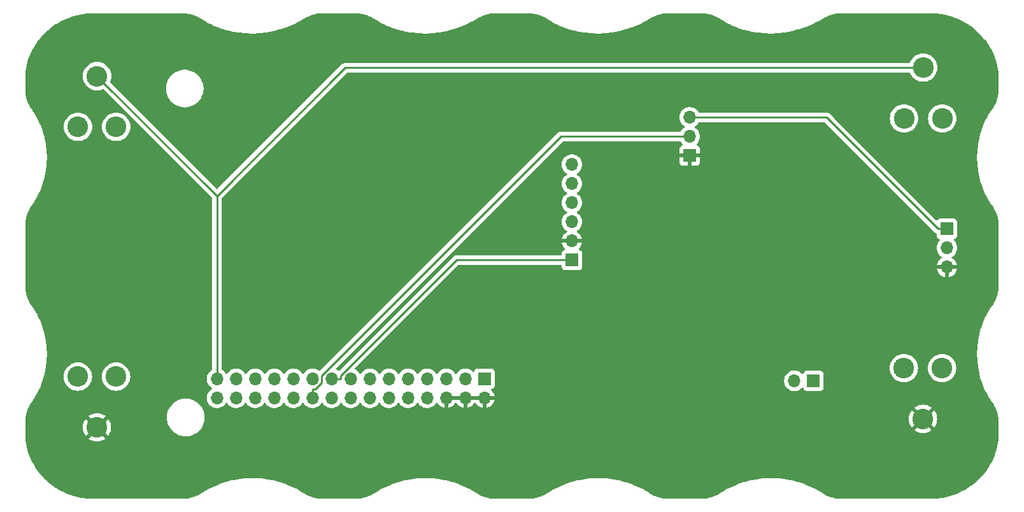
<source format=gbr>
%TF.GenerationSoftware,KiCad,Pcbnew,8.99.0-unknown-05b2b3c26e~178~ubuntu22.04.1*%
%TF.CreationDate,2024-05-07T20:45:26+09:00*%
%TF.ProjectId,bGeigieZen V4.x.x dual batteries 18500,62476569-6769-4655-9a65-6e2056342e78,V4.0.4*%
%TF.SameCoordinates,Original*%
%TF.FileFunction,Copper,L1,Top*%
%TF.FilePolarity,Positive*%
%FSLAX46Y46*%
G04 Gerber Fmt 4.6, Leading zero omitted, Abs format (unit mm)*
G04 Created by KiCad (PCBNEW 8.99.0-unknown-05b2b3c26e~178~ubuntu22.04.1) date 2024-05-07 20:45:26*
%MOMM*%
%LPD*%
G01*
G04 APERTURE LIST*
%TA.AperFunction,ComponentPad*%
%ADD10R,1.700000X1.700000*%
%TD*%
%TA.AperFunction,ComponentPad*%
%ADD11O,1.700000X1.700000*%
%TD*%
%TA.AperFunction,ComponentPad*%
%ADD12C,2.743200*%
%TD*%
%TA.AperFunction,Conductor*%
%ADD13C,0.250000*%
%TD*%
G04 APERTURE END LIST*
D10*
%TO.P,J1,1,Pin_1*%
%TO.N,unconnected-(J1-Pin_1-Pad1)*%
X55196300Y-43451400D03*
D11*
%TO.P,J1,2,Pin_2*%
%TO.N,GND*%
X55196300Y-45991400D03*
%TO.P,J1,3,Pin_3*%
%TO.N,unconnected-(J1-Pin_3-Pad3)*%
X52656300Y-43451400D03*
%TO.P,J1,4,Pin_4*%
%TO.N,GND*%
X52656300Y-45991400D03*
%TO.P,J1,5,Pin_5*%
%TO.N,unconnected-(J1-Pin_5-Pad5)*%
X50116300Y-43451400D03*
%TO.P,J1,6,Pin_6*%
%TO.N,GND*%
X50116300Y-45991400D03*
%TO.P,J1,7,Pin_7*%
%TO.N,unconnected-(J1-Pin_7-Pad7)*%
X47576300Y-43451400D03*
%TO.P,J1,8,Pin_8*%
%TO.N,unconnected-(J1-Pin_8-Pad8)*%
X47576300Y-45991400D03*
%TO.P,J1,9,Pin_9*%
%TO.N,unconnected-(J1-Pin_9-Pad9)*%
X45036300Y-43451400D03*
%TO.P,J1,10,Pin_10*%
%TO.N,unconnected-(J1-Pin_10-Pad10)*%
X45036300Y-45991400D03*
%TO.P,J1,11,Pin_11*%
%TO.N,3.3V*%
X42496300Y-43451400D03*
%TO.P,J1,12,Pin_12*%
%TO.N,unconnected-(J1-Pin_12-Pad12)*%
X42496300Y-45991400D03*
%TO.P,J1,13,Pin_13*%
%TO.N,unconnected-(J1-Pin_13-Pad13)*%
X39956300Y-43451400D03*
%TO.P,J1,14,Pin_14*%
%TO.N,unconnected-(J1-Pin_14-Pad14)*%
X39956300Y-45991400D03*
%TO.P,J1,15,Pin_15*%
%TO.N,/RX2*%
X37416300Y-43451400D03*
%TO.P,J1,16,Pin_16*%
%TO.N,/TX2*%
X37416300Y-45991400D03*
%TO.P,J1,17,Pin_17*%
%TO.N,/SDA*%
X34876300Y-43451400D03*
%TO.P,J1,18,Pin_18*%
%TO.N,/SCL*%
X34876300Y-45991400D03*
%TO.P,J1,19,Pin_19*%
%TO.N,/GIO5*%
X32336300Y-43451400D03*
%TO.P,J1,20,Pin_20*%
%TO.N,/GIO2 on Core and GIO32 on Core-2*%
X32336300Y-45991400D03*
%TO.P,J1,21,Pin_21*%
%TO.N,/GIO13*%
X29796300Y-43451400D03*
%TO.P,J1,22,Pin_22*%
%TO.N,unconnected-(J1-Pin_22-Pad22)*%
X29796300Y-45991400D03*
%TO.P,J1,23,Pin_23*%
%TO.N,unconnected-(J1-Pin_23-Pad23)*%
X27256300Y-43451400D03*
%TO.P,J1,24,Pin_24*%
%TO.N,unconnected-(J1-Pin_24-Pad24)*%
X27256300Y-45991400D03*
%TO.P,J1,25,Pin_25*%
%TO.N,/GIO34*%
X24716300Y-43451400D03*
%TO.P,J1,26,Pin_26*%
%TO.N,unconnected-(J1-Pin_26-Pad26)*%
X24716300Y-45991400D03*
%TO.P,J1,27,Pin_27*%
%TO.N,5V*%
X22176300Y-43451400D03*
%TO.P,J1,28,Pin_28*%
%TO.N,unconnected-(J1-Pin_28-Pad28)*%
X22176300Y-45991400D03*
%TO.P,J1,29,Pin_29*%
%TO.N,/BAT*%
X19636300Y-43451400D03*
%TO.P,J1,30,Pin_30*%
%TO.N,unconnected-(J1-Pin_30-Pad30)*%
X19636300Y-45991400D03*
%TD*%
D10*
%TO.P,J3,1,Pin_1*%
%TO.N,/SDA*%
X66832300Y-27679100D03*
D11*
%TO.P,J3,2,Pin_2*%
%TO.N,GND*%
X66832300Y-25139100D03*
%TO.P,J3,3,Pin_3*%
%TO.N,/TX2*%
X66832300Y-22599100D03*
%TO.P,J3,4,Pin_4*%
%TO.N,/RX2*%
X66832300Y-20059100D03*
%TO.P,J3,5,Pin_5*%
%TO.N,3.3V*%
X66832300Y-17519100D03*
%TO.P,J3,6,Pin_6*%
%TO.N,/SCL*%
X66832300Y-14979100D03*
%TD*%
D10*
%TO.P,J5,1,Pin_1*%
%TO.N,unconnected-(J5-Pin_1-Pad1)*%
X98944400Y-43727300D03*
D11*
%TO.P,J5,2,Pin_2*%
%TO.N,unconnected-(J5-Pin_2-Pad2)*%
X96404400Y-43727300D03*
%TD*%
D10*
%TO.P,J4,1,Pin_1*%
%TO.N,GND*%
X82489400Y-13781300D03*
D11*
%TO.P,J4,2,Pin_2*%
%TO.N,/GIO2 on Core and GIO32 on Core-2*%
X82489400Y-11241300D03*
%TO.P,J4,3,Pin_3*%
%TO.N,3.3V*%
X82489400Y-8701300D03*
%TD*%
D10*
%TO.P,J2,1,Pin_1*%
%TO.N,3.3V*%
X116674200Y-23514500D03*
D11*
%TO.P,J2,2,Pin_2*%
%TO.N,/GIO2 on Core and GIO32 on Core-2*%
X116674200Y-26054500D03*
%TO.P,J2,3,Pin_3*%
%TO.N,GND*%
X116674200Y-28594500D03*
%TD*%
D12*
%TO.P,BT2,1,+*%
%TO.N,/BAT*%
X113528189Y-2097300D03*
%TO.P,BT2,2,-*%
%TO.N,GND*%
X113508189Y-48793500D03*
%TO.P,BT2,GND@2*%
%TO.N,N/C*%
X110968189Y-42045500D03*
%TO.P,BT2,GND@3*%
X116048189Y-42045500D03*
%TO.P,BT2,PWR@2*%
X110988189Y-8845300D03*
%TO.P,BT2,PWR@3*%
X116068189Y-8845300D03*
%TD*%
%TO.P,BT1,1,+*%
%TO.N,/BAT*%
X3698600Y-3223300D03*
%TO.P,BT1,2,-*%
%TO.N,GND*%
X3678600Y-49919500D03*
%TO.P,BT1,GND@2*%
%TO.N,N/C*%
X1138600Y-43171500D03*
%TO.P,BT1,GND@3*%
X6218600Y-43171500D03*
%TO.P,BT1,PWR@2*%
X1158600Y-9971300D03*
%TO.P,BT1,PWR@3*%
X6238600Y-9971300D03*
%TD*%
D13*
%TO.N,3.3V*%
X115497500Y-23514500D02*
X100684300Y-8701300D01*
X100684300Y-8701300D02*
X82489400Y-8701300D01*
X116674200Y-23514500D02*
X115497500Y-23514500D01*
%TO.N,/GIO2 on Core and GIO32 on Core-2*%
X33513000Y-44005800D02*
X32704100Y-44814700D01*
X82489400Y-11241300D02*
X65370300Y-11241300D01*
X32336300Y-45991400D02*
X32336300Y-44814700D01*
X33513000Y-43098600D02*
X33513000Y-44005800D01*
X65370300Y-11241300D02*
X33513000Y-43098600D01*
X32704100Y-44814700D02*
X32336300Y-44814700D01*
%TO.N,/SDA*%
X66832300Y-27679100D02*
X51457600Y-27679100D01*
X34876300Y-43451400D02*
X36053000Y-43451400D01*
X51457600Y-27679100D02*
X36053000Y-43083700D01*
X36053000Y-43083700D02*
X36053000Y-43451400D01*
%TO.N,/BAT*%
X36700000Y-2097300D02*
X19636300Y-19161000D01*
X19636300Y-19161000D02*
X19636300Y-43451400D01*
X3698600Y-3223300D02*
X19636300Y-19161000D01*
X113528200Y-2097300D02*
X36700000Y-2097300D01*
%TD*%
%TA.AperFunction,Conductor*%
%TO.N,GND*%
G36*
X52190375Y-45798407D02*
G01*
X52156300Y-45925574D01*
X52156300Y-46057226D01*
X52190375Y-46184393D01*
X52225597Y-46245400D01*
X50547003Y-46245400D01*
X50582225Y-46184393D01*
X50616300Y-46057226D01*
X50616300Y-45925574D01*
X50582225Y-45798407D01*
X50547003Y-45737400D01*
X52225597Y-45737400D01*
X52190375Y-45798407D01*
G37*
%TD.AperFunction*%
%TA.AperFunction,Conductor*%
G36*
X54730375Y-45798407D02*
G01*
X54696300Y-45925574D01*
X54696300Y-46057226D01*
X54730375Y-46184393D01*
X54765597Y-46245400D01*
X53087003Y-46245400D01*
X53122225Y-46184393D01*
X53156300Y-46057226D01*
X53156300Y-45925574D01*
X53122225Y-45798407D01*
X53087003Y-45737400D01*
X54765597Y-45737400D01*
X54730375Y-45798407D01*
G37*
%TD.AperFunction*%
%TA.AperFunction,Conductor*%
G36*
X15217640Y5139123D02*
G01*
X15361203Y5129740D01*
X15365033Y5129431D01*
X15510608Y5115384D01*
X15514340Y5114966D01*
X15659264Y5096472D01*
X15663026Y5095934D01*
X15807231Y5073030D01*
X15810966Y5072378D01*
X15954352Y5045107D01*
X15958048Y5044347D01*
X16092466Y5014528D01*
X16100463Y5012754D01*
X16104171Y5011872D01*
X16245383Y4976032D01*
X16249045Y4975044D01*
X16389060Y4934966D01*
X16392680Y4933871D01*
X16465808Y4910527D01*
X16531316Y4889616D01*
X16534926Y4888403D01*
X16556346Y4880845D01*
X16672069Y4840012D01*
X16675609Y4838703D01*
X16811090Y4786235D01*
X16811103Y4786230D01*
X16814632Y4784801D01*
X16948320Y4728303D01*
X16951795Y4726773D01*
X17083656Y4666252D01*
X17087081Y4664615D01*
X17216842Y4600180D01*
X17220239Y4598428D01*
X17318929Y4545576D01*
X17347796Y4530117D01*
X17351207Y4528221D01*
X17476059Y4456297D01*
X17479957Y4453957D01*
X18219986Y3990943D01*
X18228390Y3985685D01*
X18234972Y3979989D01*
X18244471Y3975101D01*
X18253664Y3969871D01*
X18262757Y3964180D01*
X18271020Y3961436D01*
X18415486Y3887082D01*
X19034369Y3568552D01*
X19041232Y3563537D01*
X19051623Y3559210D01*
X19060844Y3554926D01*
X19070913Y3549745D01*
X19079177Y3547740D01*
X19846624Y3228250D01*
X19871011Y3218098D01*
X19878092Y3213740D01*
X19889269Y3210081D01*
X19898508Y3206651D01*
X19909435Y3202101D01*
X19917652Y3200788D01*
X20733315Y2933688D01*
X20740545Y2929970D01*
X20752429Y2927051D01*
X20761611Y2924423D01*
X20773276Y2920601D01*
X20781379Y2919935D01*
X21616192Y2714713D01*
X21623526Y2711604D01*
X21636033Y2709486D01*
X21645105Y2707604D01*
X21657471Y2704562D01*
X21665445Y2704501D01*
X22514723Y2560515D01*
X22522122Y2557992D01*
X22535127Y2556731D01*
X22544059Y2555541D01*
X22556961Y2553352D01*
X22564767Y2553854D01*
X23423810Y2470480D01*
X23431269Y2468511D01*
X23444592Y2468153D01*
X23453418Y2467606D01*
X23466759Y2466308D01*
X23474401Y2467347D01*
X24338449Y2443968D01*
X24345930Y2442538D01*
X24359471Y2443102D01*
X24368130Y2443165D01*
X24381748Y2442797D01*
X24389208Y2444341D01*
X25253574Y2480345D01*
X25261101Y2479432D01*
X25274682Y2480930D01*
X25283270Y2481581D01*
X25296962Y2482150D01*
X25304269Y2484191D01*
X26164212Y2578970D01*
X26171789Y2578570D01*
X26185270Y2580995D01*
X26193804Y2582231D01*
X26207442Y2583732D01*
X26214589Y2586266D01*
X27065413Y2739221D01*
X27073029Y2739341D01*
X27086200Y2742655D01*
X27094665Y2744479D01*
X27108081Y2746890D01*
X27115065Y2749917D01*
X27951996Y2960439D01*
X27959665Y2961088D01*
X27972446Y2965267D01*
X27980895Y2967707D01*
X27993899Y2970977D01*
X28000728Y2974513D01*
X28819089Y3242017D01*
X28826808Y3243220D01*
X28838985Y3248184D01*
X28847436Y3251282D01*
X28859916Y3255359D01*
X28866577Y3259426D01*
X29661678Y3583338D01*
X29669419Y3585125D01*
X29680845Y3590783D01*
X29689253Y3594571D01*
X29701104Y3599397D01*
X29707566Y3604012D01*
X30474657Y3983741D01*
X30482399Y3986143D01*
X30492981Y3992413D01*
X30501341Y3996950D01*
X30512416Y4002430D01*
X30518653Y4007621D01*
X31270175Y4452763D01*
X31277558Y4456807D01*
X31536408Y4587581D01*
X31539980Y4589314D01*
X31806853Y4713437D01*
X31810204Y4714935D01*
X31944389Y4772595D01*
X31946867Y4773627D01*
X32082826Y4828462D01*
X32085652Y4829561D01*
X32222474Y4880859D01*
X32225620Y4881990D01*
X32363499Y4929499D01*
X32366928Y4930626D01*
X32505799Y4973996D01*
X32509494Y4975086D01*
X32649299Y5013971D01*
X32653353Y5015025D01*
X32794044Y5049092D01*
X32798454Y5050075D01*
X32940013Y5079000D01*
X32944702Y5079865D01*
X33087153Y5103327D01*
X33092180Y5104051D01*
X33235481Y5121724D01*
X33240815Y5122265D01*
X33361536Y5131950D01*
X33384980Y5133831D01*
X33390552Y5134153D01*
X33532947Y5139191D01*
X33536340Y5139311D01*
X33540795Y5139390D01*
X38193043Y5139390D01*
X38201259Y5139122D01*
X38220514Y5137864D01*
X38344819Y5129741D01*
X38348654Y5129431D01*
X38494200Y5115387D01*
X38497988Y5114962D01*
X38642883Y5096471D01*
X38646665Y5095930D01*
X38790842Y5073031D01*
X38794566Y5072382D01*
X38937973Y5045107D01*
X38941669Y5044347D01*
X39076087Y5014528D01*
X39084084Y5012754D01*
X39087792Y5011872D01*
X39229004Y4976032D01*
X39232666Y4975044D01*
X39372681Y4934966D01*
X39376301Y4933871D01*
X39449273Y4910577D01*
X39514938Y4889616D01*
X39518548Y4888403D01*
X39539968Y4880845D01*
X39655691Y4840012D01*
X39659250Y4838695D01*
X39794709Y4786235D01*
X39798252Y4784801D01*
X39830728Y4771077D01*
X39931928Y4728310D01*
X39931957Y4728298D01*
X39935414Y4726775D01*
X40067250Y4666265D01*
X40070698Y4664618D01*
X40200464Y4600180D01*
X40203861Y4598428D01*
X40331409Y4530122D01*
X40334814Y4528230D01*
X40434470Y4470821D01*
X40459641Y4456321D01*
X40463569Y4453962D01*
X41203605Y3990943D01*
X41212009Y3985685D01*
X41218591Y3979989D01*
X41228090Y3975101D01*
X41237283Y3969871D01*
X41246376Y3964180D01*
X41254639Y3961436D01*
X41399105Y3887082D01*
X42017988Y3568552D01*
X42024851Y3563537D01*
X42035242Y3559210D01*
X42044463Y3554926D01*
X42054532Y3549745D01*
X42062796Y3547740D01*
X42830243Y3228250D01*
X42854630Y3218098D01*
X42861711Y3213740D01*
X42872888Y3210081D01*
X42882127Y3206651D01*
X42893055Y3202101D01*
X42901271Y3200787D01*
X43020955Y3161595D01*
X43716933Y2933688D01*
X43724162Y2929971D01*
X43736036Y2927054D01*
X43745218Y2924426D01*
X43756892Y2920601D01*
X43764996Y2919935D01*
X44599810Y2714713D01*
X44607144Y2711604D01*
X44619651Y2709486D01*
X44628723Y2707604D01*
X44641089Y2704562D01*
X44649063Y2704501D01*
X45498341Y2560515D01*
X45505740Y2557992D01*
X45518745Y2556731D01*
X45527677Y2555541D01*
X45540579Y2553352D01*
X45548385Y2553854D01*
X46407427Y2470480D01*
X46414886Y2468511D01*
X46428209Y2468153D01*
X46437035Y2467606D01*
X46450376Y2466308D01*
X46458018Y2467347D01*
X47322066Y2443968D01*
X47329547Y2442538D01*
X47343088Y2443102D01*
X47351747Y2443165D01*
X47365365Y2442797D01*
X47372825Y2444341D01*
X48237191Y2480345D01*
X48244718Y2479432D01*
X48258299Y2480930D01*
X48266887Y2481581D01*
X48280579Y2482150D01*
X48287886Y2484191D01*
X49147829Y2578970D01*
X49155406Y2578570D01*
X49168887Y2580995D01*
X49177421Y2582231D01*
X49191059Y2583732D01*
X49198206Y2586266D01*
X50049030Y2739221D01*
X50056646Y2739341D01*
X50069817Y2742655D01*
X50078282Y2744479D01*
X50091698Y2746890D01*
X50098682Y2749917D01*
X50935612Y2960439D01*
X50943281Y2961088D01*
X50956062Y2965267D01*
X50964511Y2967707D01*
X50977515Y2970977D01*
X50984344Y2974513D01*
X51802705Y3242017D01*
X51810423Y3243220D01*
X51822600Y3248184D01*
X51831051Y3251282D01*
X51843534Y3255360D01*
X51850197Y3259427D01*
X52213665Y3407499D01*
X52645287Y3583336D01*
X52653030Y3585123D01*
X52664459Y3590783D01*
X52672867Y3594571D01*
X52684718Y3599397D01*
X52691180Y3604012D01*
X53458270Y3983741D01*
X53466012Y3986143D01*
X53476594Y3992413D01*
X53484954Y3996950D01*
X53496029Y4002430D01*
X53502266Y4007621D01*
X54253774Y4452754D01*
X54261131Y4456786D01*
X54520048Y4587593D01*
X54523595Y4589314D01*
X54790470Y4713437D01*
X54793840Y4714943D01*
X54927974Y4772581D01*
X54930514Y4773639D01*
X55066442Y4828462D01*
X55069267Y4829561D01*
X55206091Y4880860D01*
X55209196Y4881977D01*
X55347173Y4929519D01*
X55350545Y4930626D01*
X55489434Y4974001D01*
X55493095Y4975081D01*
X55632917Y5013971D01*
X55636972Y5015025D01*
X55777663Y5049092D01*
X55782072Y5050075D01*
X55923633Y5079000D01*
X55928322Y5079865D01*
X56070773Y5103327D01*
X56075800Y5104051D01*
X56219101Y5121724D01*
X56224434Y5122265D01*
X56345342Y5131965D01*
X56368600Y5133831D01*
X56374172Y5134153D01*
X56516567Y5139191D01*
X56519960Y5139311D01*
X56524415Y5139390D01*
X61176663Y5139390D01*
X61184879Y5139123D01*
X61328442Y5129740D01*
X61332272Y5129431D01*
X61477847Y5115384D01*
X61481579Y5114966D01*
X61626483Y5096474D01*
X61630291Y5095929D01*
X61774462Y5073031D01*
X61778192Y5072381D01*
X61921591Y5045107D01*
X61925287Y5044347D01*
X62067701Y5012754D01*
X62071409Y5011872D01*
X62212621Y4976032D01*
X62216283Y4975044D01*
X62356298Y4934966D01*
X62359918Y4933871D01*
X62433046Y4910527D01*
X62498554Y4889616D01*
X62502164Y4888403D01*
X62520336Y4881991D01*
X62639306Y4840012D01*
X62642846Y4838703D01*
X62729849Y4805009D01*
X62778324Y4786236D01*
X62781869Y4784801D01*
X62811990Y4772072D01*
X62907469Y4731722D01*
X62915560Y4728303D01*
X62919072Y4726755D01*
X63050851Y4666271D01*
X63054326Y4664611D01*
X63184078Y4600180D01*
X63187475Y4598428D01*
X63315055Y4530105D01*
X63318420Y4528235D01*
X63443469Y4456197D01*
X63447359Y4453861D01*
X64187233Y3990943D01*
X64195637Y3985685D01*
X64202219Y3979989D01*
X64211718Y3975101D01*
X64220911Y3969871D01*
X64230004Y3964180D01*
X64238267Y3961436D01*
X64377164Y3889948D01*
X64972892Y3583335D01*
X65001617Y3568551D01*
X65008486Y3563531D01*
X65018850Y3559217D01*
X65028096Y3554921D01*
X65038147Y3549748D01*
X65046421Y3547740D01*
X65838262Y3218095D01*
X65845348Y3213734D01*
X65856501Y3210084D01*
X65865760Y3206647D01*
X65876653Y3202110D01*
X65884873Y3200794D01*
X65928122Y3186632D01*
X66700565Y2933684D01*
X66707793Y2929968D01*
X66719665Y2927051D01*
X66728847Y2924423D01*
X66740521Y2920598D01*
X66748625Y2919932D01*
X67583440Y2714710D01*
X67590774Y2711601D01*
X67603281Y2709483D01*
X67612353Y2707601D01*
X67624719Y2704559D01*
X67632693Y2704498D01*
X68481973Y2560511D01*
X68489371Y2557987D01*
X68502375Y2556727D01*
X68511307Y2555537D01*
X68524209Y2553348D01*
X68532015Y2553850D01*
X69391058Y2470475D01*
X69398517Y2468506D01*
X69411840Y2468148D01*
X69420666Y2467601D01*
X69434007Y2466303D01*
X69441648Y2467342D01*
X70305696Y2443962D01*
X70313178Y2442532D01*
X70326719Y2443096D01*
X70335378Y2443159D01*
X70348996Y2442791D01*
X70356456Y2444335D01*
X71220823Y2480339D01*
X71228350Y2479426D01*
X71241931Y2480924D01*
X71250519Y2481575D01*
X71264211Y2482144D01*
X71271518Y2484185D01*
X72131459Y2578963D01*
X72139037Y2578563D01*
X72152518Y2580988D01*
X72161052Y2582224D01*
X72174690Y2583725D01*
X72181837Y2586259D01*
X73032662Y2739214D01*
X73040278Y2739334D01*
X73053449Y2742648D01*
X73061914Y2744472D01*
X73075327Y2746883D01*
X73082308Y2749908D01*
X73919246Y2960433D01*
X73926915Y2961082D01*
X73939694Y2965261D01*
X73948143Y2967701D01*
X73961146Y2970970D01*
X73967971Y2974505D01*
X74786338Y3242012D01*
X74794056Y3243215D01*
X74806233Y3248179D01*
X74814684Y3251277D01*
X74827164Y3255354D01*
X74833825Y3259421D01*
X75628926Y3583333D01*
X75636667Y3585120D01*
X75648093Y3590778D01*
X75656501Y3594566D01*
X75668351Y3599392D01*
X75674812Y3604006D01*
X76441904Y3983738D01*
X76449646Y3986140D01*
X76460229Y3992411D01*
X76468589Y3996948D01*
X76479664Y4002428D01*
X76485901Y4007619D01*
X77237453Y4452781D01*
X77244830Y4456824D01*
X77503641Y4587578D01*
X77507287Y4589345D01*
X77774093Y4713437D01*
X77777444Y4714935D01*
X77911597Y4772581D01*
X77914138Y4773639D01*
X78050065Y4828462D01*
X78052890Y4829561D01*
X78189715Y4880859D01*
X78192820Y4881977D01*
X78330797Y4929519D01*
X78334169Y4930626D01*
X78473058Y4974001D01*
X78476719Y4975081D01*
X78616556Y5013975D01*
X78620582Y5015022D01*
X78761288Y5049092D01*
X78765697Y5050075D01*
X78907258Y5079000D01*
X78911947Y5079865D01*
X79054398Y5103327D01*
X79059425Y5104051D01*
X79202726Y5121724D01*
X79208060Y5122265D01*
X79328968Y5131965D01*
X79352226Y5133831D01*
X79357798Y5134153D01*
X79500121Y5139189D01*
X79503587Y5139311D01*
X79508042Y5139390D01*
X84160283Y5139390D01*
X84168499Y5139123D01*
X84312062Y5129740D01*
X84315892Y5129431D01*
X84461467Y5115384D01*
X84465199Y5114966D01*
X84610121Y5096472D01*
X84613884Y5095934D01*
X84758089Y5073030D01*
X84761824Y5072378D01*
X84905210Y5045107D01*
X84908906Y5044347D01*
X85043324Y5014528D01*
X85051321Y5012754D01*
X85055029Y5011872D01*
X85196241Y4976032D01*
X85199903Y4975044D01*
X85339918Y4934966D01*
X85343538Y4933871D01*
X85416666Y4910527D01*
X85482174Y4889616D01*
X85485784Y4888403D01*
X85503956Y4881991D01*
X85622926Y4840012D01*
X85626466Y4838703D01*
X85761959Y4786231D01*
X85765490Y4784801D01*
X85899177Y4728303D01*
X85902652Y4726773D01*
X86034502Y4666257D01*
X86037924Y4664623D01*
X86135565Y4616136D01*
X86167687Y4600185D01*
X86171131Y4598408D01*
X86298652Y4530117D01*
X86302041Y4528235D01*
X86427093Y4456195D01*
X86430967Y4453869D01*
X87170853Y3990943D01*
X87179257Y3985685D01*
X87185839Y3979989D01*
X87195338Y3975101D01*
X87204531Y3969871D01*
X87213624Y3964180D01*
X87221887Y3961436D01*
X87366353Y3887082D01*
X87985236Y3568552D01*
X87992099Y3563537D01*
X88002490Y3559210D01*
X88011711Y3554926D01*
X88021780Y3549745D01*
X88030044Y3547740D01*
X88797492Y3228250D01*
X88821879Y3218098D01*
X88828960Y3213740D01*
X88840137Y3210081D01*
X88849376Y3206651D01*
X88860303Y3202101D01*
X88868520Y3200788D01*
X89684183Y2933688D01*
X89691413Y2929970D01*
X89703297Y2927051D01*
X89712479Y2924423D01*
X89724144Y2920601D01*
X89732247Y2919935D01*
X90567061Y2714713D01*
X90574395Y2711604D01*
X90586902Y2709486D01*
X90595974Y2707604D01*
X90608340Y2704562D01*
X90616314Y2704501D01*
X91465593Y2560515D01*
X91472992Y2557992D01*
X91485997Y2556731D01*
X91494929Y2555541D01*
X91507831Y2553352D01*
X91515637Y2553854D01*
X92374680Y2470480D01*
X92382139Y2468511D01*
X92395462Y2468153D01*
X92404288Y2467606D01*
X92417629Y2466308D01*
X92425271Y2467347D01*
X93289320Y2443968D01*
X93296801Y2442538D01*
X93310342Y2443102D01*
X93319001Y2443165D01*
X93332619Y2442797D01*
X93340079Y2444341D01*
X94204446Y2480345D01*
X94211973Y2479432D01*
X94225554Y2480930D01*
X94234142Y2481581D01*
X94247834Y2482150D01*
X94255141Y2484191D01*
X95115083Y2578970D01*
X95122660Y2578570D01*
X95136141Y2580995D01*
X95144675Y2582231D01*
X95158313Y2583732D01*
X95165460Y2586266D01*
X96016285Y2739221D01*
X96023901Y2739341D01*
X96037072Y2742655D01*
X96045537Y2744479D01*
X96058953Y2746890D01*
X96065937Y2749917D01*
X96902867Y2960439D01*
X96910536Y2961088D01*
X96923317Y2965267D01*
X96931766Y2967707D01*
X96944770Y2970977D01*
X96951599Y2974513D01*
X97769960Y3242017D01*
X97777678Y3243220D01*
X97789855Y3248184D01*
X97798306Y3251282D01*
X97810786Y3255359D01*
X97817447Y3259426D01*
X98612548Y3583338D01*
X98620289Y3585125D01*
X98631715Y3590783D01*
X98640123Y3594571D01*
X98651974Y3599397D01*
X98658436Y3604012D01*
X99425526Y3983741D01*
X99433268Y3986143D01*
X99443850Y3992413D01*
X99452210Y3996950D01*
X99463285Y4002430D01*
X99469522Y4007621D01*
X100221048Y4452766D01*
X100228402Y4456796D01*
X100487288Y4587583D01*
X100490874Y4589323D01*
X100757758Y4713447D01*
X100761059Y4714923D01*
X100895232Y4772576D01*
X100897774Y4773635D01*
X101033686Y4828453D01*
X101036415Y4829515D01*
X101173430Y4880883D01*
X101176451Y4881970D01*
X101314342Y4929485D01*
X101317811Y4930625D01*
X101456655Y4973986D01*
X101460366Y4975081D01*
X101600168Y5013967D01*
X101604217Y5015020D01*
X101744960Y5049100D01*
X101749266Y5050061D01*
X101890891Y5078998D01*
X101895592Y5079865D01*
X102038080Y5103334D01*
X102043054Y5104049D01*
X102186360Y5121724D01*
X102191627Y5122260D01*
X102335889Y5133833D01*
X102341422Y5134152D01*
X102487208Y5139311D01*
X102491664Y5139390D01*
X114471671Y5139390D01*
X114472495Y5139387D01*
X114483954Y5139313D01*
X114483955Y5139312D01*
X114936252Y5136353D01*
X114943016Y5136125D01*
X115383737Y5109359D01*
X115390411Y5108775D01*
X115826916Y5058825D01*
X115833430Y5057906D01*
X116140724Y5006314D01*
X116265042Y4985442D01*
X116271413Y4984203D01*
X116317594Y4973980D01*
X116697464Y4889889D01*
X116703609Y4888363D01*
X117123317Y4772884D01*
X117129276Y4771084D01*
X117541992Y4635094D01*
X117547765Y4633034D01*
X117952735Y4477216D01*
X117958322Y4474910D01*
X118318917Y4315786D01*
X118354751Y4299973D01*
X118360181Y4297421D01*
X118747437Y4104006D01*
X118752678Y4101232D01*
X119129946Y3890068D01*
X119135001Y3887082D01*
X119501674Y3658790D01*
X119506549Y3655596D01*
X119861836Y3410896D01*
X119866533Y3407499D01*
X120209706Y3147082D01*
X120214231Y3143482D01*
X120544580Y2868026D01*
X120548933Y2864223D01*
X120685591Y2739213D01*
X120860772Y2578963D01*
X120865692Y2574463D01*
X120869873Y2570459D01*
X120959095Y2480965D01*
X121172377Y2267032D01*
X121176394Y2262811D01*
X121463860Y1946479D01*
X121467708Y1942042D01*
X121700217Y1660908D01*
X121733418Y1620763D01*
X121739465Y1613452D01*
X121743139Y1608791D01*
X121998460Y1268648D01*
X122001953Y1263755D01*
X122240082Y912820D01*
X122243379Y907699D01*
X122463677Y546568D01*
X122466765Y541213D01*
X122668453Y170691D01*
X122671335Y165063D01*
X122853741Y-214193D01*
X122856388Y-220077D01*
X123018807Y-607381D01*
X123021195Y-613520D01*
X123162931Y-1008169D01*
X123165036Y-1014562D01*
X123285399Y-1415896D01*
X123287194Y-1422536D01*
X123385477Y-1829830D01*
X123386934Y-1836701D01*
X123462450Y-2249291D01*
X123463539Y-2256375D01*
X123515603Y-2673623D01*
X123516297Y-2680893D01*
X123544208Y-3102104D01*
X123544481Y-3109525D01*
X123546085Y-3331649D01*
X123547457Y-3521809D01*
X123547648Y-3548189D01*
X123547651Y-3549099D01*
X123547651Y-5254177D01*
X123547333Y-5263121D01*
X123537609Y-5399763D01*
X123537237Y-5403989D01*
X123522648Y-5542797D01*
X123522137Y-5546980D01*
X123502917Y-5685206D01*
X123502272Y-5689339D01*
X123478465Y-5826902D01*
X123477689Y-5830988D01*
X123449326Y-5967830D01*
X123448420Y-5971866D01*
X123415575Y-6107729D01*
X123414543Y-6111713D01*
X123377243Y-6246558D01*
X123376086Y-6250490D01*
X123334386Y-6384158D01*
X123333107Y-6388036D01*
X123287045Y-6520433D01*
X123285644Y-6524258D01*
X123235294Y-6655182D01*
X123233774Y-6658952D01*
X123179158Y-6788348D01*
X123177519Y-6792062D01*
X123118679Y-6919813D01*
X123116922Y-6923473D01*
X123053947Y-7049362D01*
X123052073Y-7052961D01*
X122984962Y-7176969D01*
X122982970Y-7180513D01*
X122911803Y-7302446D01*
X122909694Y-7305929D01*
X122835484Y-7424129D01*
X122831349Y-7430302D01*
X122589057Y-7769972D01*
X122585285Y-7773676D01*
X122575711Y-7788379D01*
X122575711Y-7788380D01*
X122574900Y-7789624D01*
X122571925Y-7793990D01*
X122560865Y-7809503D01*
X122558796Y-7814374D01*
X122343847Y-8144699D01*
X122339004Y-8149986D01*
X122331781Y-8162785D01*
X122327669Y-8169562D01*
X122319672Y-8181853D01*
X122317219Y-8188591D01*
X121905249Y-8918729D01*
X121899902Y-8925497D01*
X121895329Y-8935439D01*
X121890607Y-8944681D01*
X121885236Y-8954202D01*
X121882888Y-8962498D01*
X121533919Y-9721537D01*
X121529217Y-9728615D01*
X121525376Y-9739136D01*
X121521506Y-9748538D01*
X121516808Y-9758759D01*
X121515167Y-9767108D01*
X121229769Y-10549233D01*
X121225696Y-10556577D01*
X121222618Y-10567677D01*
X121219578Y-10577164D01*
X121215615Y-10588031D01*
X121214662Y-10596378D01*
X120992757Y-11396971D01*
X120989314Y-11404531D01*
X120987064Y-11416082D01*
X120984819Y-11425613D01*
X120981674Y-11436967D01*
X120981384Y-11445272D01*
X120822912Y-12259747D01*
X120820089Y-12267490D01*
X120818719Y-12279346D01*
X120817237Y-12288921D01*
X120814953Y-12300666D01*
X120815307Y-12308902D01*
X120720235Y-13132622D01*
X120718026Y-13140527D01*
X120717567Y-13152525D01*
X120716829Y-13162148D01*
X120715448Y-13174116D01*
X120716429Y-13182264D01*
X120684738Y-14010599D01*
X120683144Y-14018625D01*
X120683603Y-14030702D01*
X120683603Y-14040267D01*
X120683142Y-14052389D01*
X120684739Y-14060417D01*
X120716424Y-14888741D01*
X120715446Y-14896881D01*
X120716826Y-14908863D01*
X120717559Y-14918420D01*
X120718026Y-14930549D01*
X120720242Y-14938453D01*
X120815300Y-15762114D01*
X120814949Y-15770357D01*
X120817223Y-15782047D01*
X120818709Y-15791649D01*
X120820079Y-15803517D01*
X120822909Y-15811270D01*
X120981375Y-16625747D01*
X120981668Y-16634056D01*
X120984803Y-16645373D01*
X120987054Y-16654935D01*
X120989304Y-16666496D01*
X120992756Y-16674066D01*
X121214657Y-17474669D01*
X121215614Y-17483021D01*
X121219558Y-17493836D01*
X121222598Y-17503322D01*
X121225690Y-17514471D01*
X121229770Y-17521820D01*
X121515154Y-18303924D01*
X121516797Y-18312273D01*
X121521485Y-18322475D01*
X121525350Y-18331865D01*
X121529224Y-18342476D01*
X121533937Y-18349559D01*
X121882885Y-19108565D01*
X121885236Y-19116861D01*
X121890594Y-19126359D01*
X121895322Y-19135613D01*
X121899901Y-19145571D01*
X121905250Y-19152336D01*
X122290273Y-19834724D01*
X122317228Y-19882496D01*
X122319688Y-19889248D01*
X122327667Y-19901509D01*
X122331800Y-19908322D01*
X122339015Y-19921111D01*
X122343866Y-19926403D01*
X122558804Y-20256718D01*
X122560883Y-20261607D01*
X122571903Y-20277059D01*
X122574916Y-20281479D01*
X122575648Y-20282605D01*
X122585327Y-20297475D01*
X122589116Y-20301190D01*
X122829673Y-20638432D01*
X122836295Y-20648742D01*
X122977042Y-20893246D01*
X122978578Y-20895993D01*
X123046645Y-21021380D01*
X123047839Y-21023634D01*
X123113522Y-21150701D01*
X123114822Y-21153289D01*
X123177363Y-21281413D01*
X123178745Y-21284339D01*
X123237769Y-21413643D01*
X123239215Y-21416936D01*
X123294211Y-21547225D01*
X123295714Y-21550950D01*
X123346243Y-21682182D01*
X123347756Y-21686325D01*
X123393405Y-21818504D01*
X123394889Y-21823085D01*
X123435208Y-21956101D01*
X123436620Y-21961133D01*
X123471202Y-22094987D01*
X123472491Y-22100479D01*
X123500738Y-22234287D01*
X123500921Y-22235150D01*
X123502027Y-22241092D01*
X123502219Y-22242277D01*
X123523899Y-22376580D01*
X123524763Y-22382966D01*
X123539655Y-22519176D01*
X123540212Y-22525964D01*
X123547735Y-22663007D01*
X123547924Y-22670157D01*
X123547705Y-22783424D01*
X123547636Y-22783783D01*
X123547636Y-31378873D01*
X123547318Y-31387817D01*
X123537594Y-31524459D01*
X123537222Y-31528685D01*
X123522632Y-31667501D01*
X123522121Y-31671684D01*
X123502898Y-31809932D01*
X123502253Y-31814066D01*
X123478448Y-31951612D01*
X123477672Y-31955698D01*
X123449311Y-32092527D01*
X123448405Y-32096562D01*
X123415556Y-32232438D01*
X123414523Y-32236423D01*
X123377224Y-32371259D01*
X123376067Y-32375192D01*
X123334360Y-32508877D01*
X123333081Y-32512755D01*
X123287026Y-32645127D01*
X123285626Y-32648950D01*
X123235258Y-32779922D01*
X123233737Y-32783694D01*
X123179113Y-32913103D01*
X123177474Y-32916818D01*
X123118653Y-33044519D01*
X123116897Y-33048175D01*
X123053908Y-33174094D01*
X123052033Y-33177696D01*
X122984946Y-33301655D01*
X122982955Y-33305197D01*
X122911753Y-33427189D01*
X122909643Y-33430673D01*
X122835456Y-33548835D01*
X122831323Y-33555007D01*
X122589025Y-33894687D01*
X122585249Y-33898395D01*
X122574879Y-33914323D01*
X122571884Y-33918717D01*
X122560840Y-33934207D01*
X122558769Y-33939081D01*
X122343824Y-34269408D01*
X122338984Y-34274691D01*
X122331757Y-34287493D01*
X122327664Y-34294240D01*
X122319642Y-34306574D01*
X122317191Y-34313308D01*
X121905228Y-35043441D01*
X121899880Y-35050209D01*
X121895307Y-35060152D01*
X121890585Y-35069394D01*
X121885214Y-35078916D01*
X121882865Y-35087212D01*
X121533900Y-35846248D01*
X121529197Y-35853327D01*
X121525356Y-35863849D01*
X121521486Y-35873251D01*
X121516789Y-35883471D01*
X121515147Y-35891822D01*
X121229751Y-36673947D01*
X121225678Y-36681291D01*
X121222600Y-36692391D01*
X121219558Y-36701881D01*
X121215599Y-36712737D01*
X121214645Y-36721090D01*
X120992743Y-37521682D01*
X120989300Y-37529242D01*
X120987050Y-37540793D01*
X120984805Y-37550324D01*
X120981660Y-37561678D01*
X120981370Y-37569983D01*
X120822899Y-38384456D01*
X120820076Y-38392199D01*
X120818706Y-38404055D01*
X120817224Y-38413630D01*
X120814940Y-38425375D01*
X120815294Y-38433610D01*
X120720224Y-39257328D01*
X120718015Y-39265233D01*
X120717556Y-39277232D01*
X120716818Y-39286855D01*
X120715437Y-39298823D01*
X120716418Y-39306971D01*
X120684728Y-40135306D01*
X120683134Y-40143332D01*
X120683593Y-40155409D01*
X120683593Y-40164974D01*
X120683132Y-40177097D01*
X120684729Y-40185123D01*
X120716413Y-41013446D01*
X120715435Y-41021586D01*
X120716815Y-41033568D01*
X120717548Y-41043125D01*
X120718015Y-41055254D01*
X120720231Y-41063158D01*
X120815289Y-41886819D01*
X120814938Y-41895062D01*
X120817212Y-41906752D01*
X120818698Y-41916354D01*
X120820068Y-41928223D01*
X120822898Y-41935977D01*
X120981362Y-42750449D01*
X120981654Y-42758755D01*
X120984789Y-42770070D01*
X120987037Y-42779619D01*
X120989293Y-42791204D01*
X120992742Y-42798769D01*
X121127421Y-43284684D01*
X121214642Y-43599375D01*
X121215599Y-43607727D01*
X121219543Y-43618542D01*
X121222583Y-43628028D01*
X121225675Y-43639177D01*
X121229755Y-43646526D01*
X121515144Y-44428651D01*
X121516789Y-44437000D01*
X121521469Y-44447184D01*
X121525339Y-44456587D01*
X121529199Y-44467161D01*
X121533906Y-44474239D01*
X121723238Y-44886063D01*
X121882867Y-45233281D01*
X121885222Y-45241588D01*
X121890556Y-45251040D01*
X121895305Y-45260336D01*
X121899870Y-45270266D01*
X121905226Y-45277042D01*
X122317195Y-46007201D01*
X122319650Y-46013941D01*
X122327634Y-46026213D01*
X122331752Y-46033003D01*
X122338964Y-46045784D01*
X122343812Y-46051077D01*
X122558604Y-46381175D01*
X122558778Y-46381441D01*
X122560861Y-46386341D01*
X122571872Y-46401777D01*
X122574907Y-46406230D01*
X122585289Y-46422187D01*
X122589086Y-46425910D01*
X122831596Y-46765897D01*
X122835288Y-46771371D01*
X122910524Y-46889482D01*
X122912788Y-46893176D01*
X122981711Y-47010150D01*
X122984324Y-47014585D01*
X122986457Y-47018353D01*
X123053710Y-47142024D01*
X123055694Y-47145825D01*
X123118567Y-47271446D01*
X123120403Y-47275273D01*
X123178980Y-47402876D01*
X123180670Y-47406726D01*
X123234905Y-47536088D01*
X123236452Y-47539955D01*
X123286347Y-47670948D01*
X123287752Y-47674828D01*
X123333303Y-47807305D01*
X123334572Y-47811199D01*
X123375788Y-47945066D01*
X123376920Y-47948968D01*
X123413783Y-48084039D01*
X123414783Y-48087948D01*
X123447288Y-48224072D01*
X123448158Y-48227987D01*
X123476310Y-48365053D01*
X123477050Y-48368971D01*
X123500843Y-48506816D01*
X123501457Y-48510742D01*
X123520887Y-48649235D01*
X123521375Y-48653163D01*
X123536441Y-48792156D01*
X123536805Y-48796089D01*
X123547266Y-48932343D01*
X123547636Y-48941988D01*
X123547636Y-50741700D01*
X123547633Y-50742611D01*
X123547592Y-50748197D01*
X123547592Y-50748198D01*
X123547227Y-50798760D01*
X123544464Y-51181114D01*
X123544191Y-51188535D01*
X123516282Y-51609684D01*
X123515588Y-51616953D01*
X123463532Y-52034141D01*
X123462443Y-52041224D01*
X123386940Y-52453753D01*
X123385484Y-52460624D01*
X123287207Y-52867913D01*
X123285412Y-52874551D01*
X123165070Y-53275844D01*
X123162965Y-53282237D01*
X123021252Y-53676853D01*
X123018865Y-53682992D01*
X122856464Y-54070282D01*
X122853818Y-54076165D01*
X122671434Y-54455415D01*
X122668551Y-54461042D01*
X122466876Y-54831576D01*
X122463776Y-54836953D01*
X122243526Y-55198044D01*
X122240223Y-55203175D01*
X122002109Y-55554124D01*
X121998617Y-55559016D01*
X121743335Y-55899144D01*
X121739661Y-55903805D01*
X121467929Y-56232403D01*
X121464082Y-56236841D01*
X121176635Y-56553186D01*
X121172618Y-56557407D01*
X120870129Y-56860852D01*
X120865943Y-56864862D01*
X120549204Y-57154637D01*
X120544850Y-57158440D01*
X120214541Y-57433888D01*
X120210017Y-57437488D01*
X119866824Y-57697945D01*
X119862126Y-57701343D01*
X119506891Y-57946028D01*
X119502016Y-57949223D01*
X119135333Y-58177538D01*
X119130276Y-58180525D01*
X118752992Y-58391706D01*
X118747750Y-58394480D01*
X118360512Y-58587891D01*
X118355081Y-58590444D01*
X117958641Y-58765385D01*
X117953017Y-58767706D01*
X117548077Y-58923507D01*
X117542260Y-58925583D01*
X117129586Y-59061546D01*
X117123579Y-59063361D01*
X116703872Y-59178822D01*
X116697678Y-59180358D01*
X116271641Y-59274646D01*
X116265268Y-59275885D01*
X115833627Y-59348324D01*
X115827088Y-59349246D01*
X115390539Y-59399166D01*
X115383850Y-59399751D01*
X114943089Y-59426477D01*
X114936275Y-59426705D01*
X114493408Y-59429558D01*
X114492596Y-59429561D01*
X102493666Y-59429561D01*
X102485522Y-59429298D01*
X102462640Y-59427816D01*
X102430279Y-59425720D01*
X102341918Y-59419997D01*
X102338028Y-59419684D01*
X102192606Y-59405731D01*
X102188749Y-59405301D01*
X102043836Y-59386878D01*
X102040014Y-59386332D01*
X101895883Y-59363501D01*
X101892115Y-59362845D01*
X101819948Y-59349146D01*
X101748774Y-59335635D01*
X101745024Y-59334864D01*
X101602658Y-59303329D01*
X101598941Y-59302446D01*
X101457698Y-59266635D01*
X101454015Y-59265642D01*
X101314024Y-59225602D01*
X101310386Y-59224502D01*
X101220585Y-59195852D01*
X101171773Y-59180279D01*
X101168159Y-59179065D01*
X101031027Y-59130696D01*
X101027443Y-59129371D01*
X100891983Y-59076921D01*
X100888435Y-59075484D01*
X100754759Y-59018997D01*
X100751277Y-59017463D01*
X100619428Y-58956945D01*
X100616006Y-58955310D01*
X100613251Y-58953942D01*
X100518085Y-58906679D01*
X100486299Y-58890893D01*
X100482851Y-58889114D01*
X100391679Y-58840279D01*
X100355321Y-58820804D01*
X100351918Y-58818913D01*
X100351642Y-58818754D01*
X100259998Y-58765946D01*
X100226886Y-58746866D01*
X100222981Y-58744521D01*
X99969571Y-58586029D01*
X99474744Y-58276546D01*
X99468304Y-58270954D01*
X99458322Y-58265786D01*
X99449446Y-58260724D01*
X99439968Y-58254796D01*
X99431882Y-58252097D01*
X98667845Y-57856536D01*
X98661132Y-57851591D01*
X98650337Y-57847036D01*
X98641413Y-57842852D01*
X98631072Y-57837500D01*
X98622988Y-57835498D01*
X97829788Y-57500884D01*
X97822864Y-57496565D01*
X97811297Y-57492690D01*
X97802371Y-57489319D01*
X97791192Y-57484605D01*
X97783146Y-57483263D01*
X96965663Y-57209552D01*
X96958568Y-57205834D01*
X96946373Y-57202731D01*
X96937462Y-57200110D01*
X96925580Y-57196133D01*
X96917595Y-57195412D01*
X96586300Y-57111155D01*
X96080676Y-56982561D01*
X96073431Y-56979418D01*
X96060745Y-56977152D01*
X96051856Y-56975231D01*
X96039416Y-56972068D01*
X96031519Y-56971935D01*
X95180043Y-56819920D01*
X95172684Y-56817335D01*
X95159581Y-56815945D01*
X95150757Y-56814691D01*
X95137865Y-56812392D01*
X95130080Y-56812820D01*
X94268882Y-56721617D01*
X94261410Y-56719573D01*
X94248104Y-56719104D01*
X94239295Y-56718483D01*
X94226161Y-56717094D01*
X94218477Y-56718063D01*
X93352345Y-56687659D01*
X93344769Y-56686151D01*
X93331447Y-56686617D01*
X93322647Y-56686617D01*
X93309375Y-56686153D01*
X93301799Y-56687657D01*
X92435664Y-56718056D01*
X92427981Y-56717083D01*
X92414788Y-56718478D01*
X92405989Y-56719098D01*
X92392778Y-56719564D01*
X92385315Y-56721599D01*
X91524049Y-56812804D01*
X91516270Y-56812373D01*
X91503313Y-56814683D01*
X91494509Y-56815933D01*
X91481495Y-56817314D01*
X91474143Y-56819890D01*
X90622598Y-56971913D01*
X90614711Y-56972043D01*
X90602210Y-56975220D01*
X90593350Y-56977135D01*
X90580684Y-56979398D01*
X90573451Y-56982533D01*
X89736495Y-57195388D01*
X89728505Y-57196107D01*
X89716613Y-57200089D01*
X89707677Y-57202717D01*
X89695582Y-57205793D01*
X89688479Y-57209508D01*
X88870922Y-57483238D01*
X88862868Y-57484579D01*
X88851691Y-57489293D01*
X88842756Y-57492668D01*
X88831242Y-57496524D01*
X88824312Y-57500842D01*
X88031112Y-57835451D01*
X88023017Y-57837450D01*
X88012602Y-57842840D01*
X88003684Y-57847021D01*
X87992946Y-57851552D01*
X87986232Y-57856492D01*
X87222128Y-58252082D01*
X87214042Y-58254780D01*
X87204544Y-58260719D01*
X87195684Y-58265772D01*
X87185742Y-58270920D01*
X87179301Y-58276507D01*
X86433860Y-58742723D01*
X86429122Y-58745545D01*
X86301558Y-58817761D01*
X86298422Y-58819478D01*
X86170296Y-58887286D01*
X86167097Y-58888921D01*
X86036920Y-58953133D01*
X86033655Y-58954685D01*
X85901628Y-59015163D01*
X85898299Y-59016630D01*
X85764422Y-59073339D01*
X85761019Y-59074723D01*
X85625519Y-59127516D01*
X85622049Y-59128809D01*
X85484976Y-59177625D01*
X85481457Y-59178820D01*
X85342960Y-59223551D01*
X85339358Y-59224655D01*
X85199514Y-59265220D01*
X85195817Y-59266231D01*
X85054801Y-59302524D01*
X85051023Y-59303435D01*
X84908950Y-59335363D01*
X84905094Y-59336166D01*
X84762096Y-59363637D01*
X84758162Y-59364329D01*
X84614241Y-59387274D01*
X84610229Y-59387847D01*
X84465591Y-59406158D01*
X84461503Y-59406608D01*
X84316295Y-59420193D01*
X84312132Y-59420513D01*
X84179512Y-59428499D01*
X84168205Y-59429180D01*
X84160633Y-59429408D01*
X79510044Y-59429408D01*
X79501901Y-59429145D01*
X79358303Y-59419845D01*
X79354412Y-59419532D01*
X79209002Y-59405580D01*
X79205145Y-59405150D01*
X79060214Y-59386724D01*
X79056392Y-59386178D01*
X78912281Y-59363350D01*
X78908495Y-59362691D01*
X78765160Y-59335482D01*
X78761409Y-59334711D01*
X78619062Y-59303180D01*
X78615346Y-59302298D01*
X78474062Y-59266477D01*
X78470380Y-59265483D01*
X78330411Y-59225450D01*
X78326769Y-59224349D01*
X78188131Y-59180118D01*
X78184527Y-59178908D01*
X78047403Y-59130540D01*
X78043822Y-59129215D01*
X77908354Y-59076764D01*
X77904844Y-59075343D01*
X77771137Y-59018843D01*
X77767622Y-59017294D01*
X77635870Y-58956820D01*
X77632388Y-58955157D01*
X77502676Y-58890740D01*
X77499226Y-58888960D01*
X77371692Y-58820649D01*
X77368278Y-58818752D01*
X77314371Y-58787690D01*
X77243435Y-58746815D01*
X77239565Y-58744491D01*
X76710815Y-58413792D01*
X76491135Y-58276396D01*
X76484696Y-58270805D01*
X76474706Y-58265632D01*
X76465841Y-58260575D01*
X76456357Y-58254644D01*
X76448270Y-58251945D01*
X75684260Y-57856397D01*
X75677544Y-57851449D01*
X75666726Y-57846884D01*
X75657792Y-57842694D01*
X75647448Y-57837339D01*
X75639359Y-57835338D01*
X74846179Y-57500731D01*
X74839255Y-57496412D01*
X74827688Y-57492537D01*
X74818762Y-57489166D01*
X74807583Y-57484452D01*
X74799537Y-57483110D01*
X73982055Y-57209400D01*
X73974960Y-57205682D01*
X73962765Y-57202579D01*
X73953854Y-57199958D01*
X73941971Y-57195981D01*
X73933987Y-57195260D01*
X73844138Y-57172409D01*
X73774260Y-57154637D01*
X73097068Y-56982408D01*
X73089824Y-56979265D01*
X73077138Y-56976999D01*
X73068249Y-56975078D01*
X73055809Y-56971915D01*
X73047912Y-56971782D01*
X72196436Y-56819767D01*
X72189077Y-56817182D01*
X72175974Y-56815792D01*
X72167150Y-56814538D01*
X72154258Y-56812239D01*
X72146473Y-56812667D01*
X71285276Y-56721464D01*
X71277804Y-56719420D01*
X71264498Y-56718951D01*
X71255689Y-56718330D01*
X71242555Y-56716941D01*
X71234871Y-56717910D01*
X70368739Y-56687507D01*
X70361163Y-56685999D01*
X70347841Y-56686465D01*
X70339041Y-56686465D01*
X70325768Y-56686001D01*
X70318193Y-56687505D01*
X69452058Y-56717903D01*
X69444376Y-56716930D01*
X69431183Y-56718325D01*
X69422384Y-56718945D01*
X69409173Y-56719411D01*
X69401710Y-56721446D01*
X68540444Y-56812652D01*
X68532665Y-56812221D01*
X68519708Y-56814531D01*
X68510904Y-56815781D01*
X68497890Y-56817162D01*
X68490538Y-56819738D01*
X67638993Y-56971761D01*
X67631106Y-56971891D01*
X67618605Y-56975068D01*
X67609745Y-56976983D01*
X67597079Y-56979246D01*
X67589846Y-56982381D01*
X66752891Y-57195236D01*
X66744901Y-57195955D01*
X66733009Y-57199937D01*
X66724073Y-57202565D01*
X66711978Y-57205641D01*
X66704875Y-57209356D01*
X65887318Y-57483086D01*
X65879264Y-57484427D01*
X65868087Y-57489141D01*
X65859152Y-57492516D01*
X65847638Y-57496372D01*
X65840707Y-57500691D01*
X65047510Y-57835298D01*
X65039412Y-57837297D01*
X65028990Y-57842692D01*
X65020065Y-57846877D01*
X65009305Y-57851417D01*
X65002597Y-57856356D01*
X64238523Y-58251929D01*
X64230437Y-58254627D01*
X64220939Y-58260566D01*
X64212079Y-58265619D01*
X64202137Y-58270767D01*
X64195696Y-58276354D01*
X63447743Y-58744142D01*
X63443004Y-58746964D01*
X63317960Y-58817752D01*
X63314826Y-58819468D01*
X63186685Y-58887285D01*
X63183485Y-58888921D01*
X63053306Y-58953133D01*
X63050043Y-58954685D01*
X63005399Y-58975136D01*
X62918009Y-59015168D01*
X62914687Y-59016632D01*
X62780822Y-59073335D01*
X62777421Y-59074718D01*
X62641899Y-59127520D01*
X62638428Y-59128813D01*
X62501366Y-59177625D01*
X62497819Y-59178829D01*
X62359372Y-59223544D01*
X62355749Y-59224655D01*
X62215905Y-59265220D01*
X62212208Y-59266231D01*
X62071192Y-59302524D01*
X62067414Y-59303435D01*
X61925341Y-59335363D01*
X61921485Y-59336166D01*
X61778487Y-59363637D01*
X61774553Y-59364329D01*
X61630632Y-59387274D01*
X61626620Y-59387847D01*
X61481981Y-59406158D01*
X61477893Y-59406608D01*
X61332685Y-59420193D01*
X61328522Y-59420513D01*
X61195065Y-59428549D01*
X61184593Y-59429180D01*
X61177021Y-59429408D01*
X56526424Y-59429408D01*
X56518281Y-59429145D01*
X56374683Y-59419845D01*
X56370792Y-59419532D01*
X56225382Y-59405580D01*
X56221525Y-59405150D01*
X56076594Y-59386724D01*
X56072772Y-59386178D01*
X55928662Y-59363350D01*
X55924876Y-59362691D01*
X55781540Y-59335482D01*
X55777789Y-59334711D01*
X55635443Y-59303180D01*
X55631727Y-59302298D01*
X55490442Y-59266477D01*
X55486759Y-59265483D01*
X55346800Y-59225452D01*
X55343151Y-59224349D01*
X55204515Y-59180118D01*
X55200900Y-59178904D01*
X55063785Y-59130540D01*
X55060204Y-59129215D01*
X54924736Y-59076764D01*
X54921226Y-59075343D01*
X54787519Y-59018843D01*
X54784004Y-59017294D01*
X54652265Y-58956826D01*
X54648783Y-58955163D01*
X54519047Y-58890734D01*
X54515597Y-58888954D01*
X54388068Y-58820645D01*
X54384653Y-58818747D01*
X54259706Y-58746749D01*
X54255801Y-58744404D01*
X53507508Y-58276396D01*
X53501069Y-58270805D01*
X53491079Y-58265632D01*
X53482214Y-58260575D01*
X53472730Y-58254644D01*
X53464643Y-58251945D01*
X52700633Y-57856397D01*
X52693917Y-57851449D01*
X52683099Y-57846884D01*
X52674165Y-57842694D01*
X52663821Y-57837339D01*
X52655732Y-57835338D01*
X51862552Y-57500731D01*
X51855628Y-57496412D01*
X51844061Y-57492537D01*
X51835135Y-57489166D01*
X51823956Y-57484452D01*
X51815910Y-57483110D01*
X50998429Y-57209400D01*
X50991334Y-57205682D01*
X50979139Y-57202579D01*
X50970228Y-57199958D01*
X50958345Y-57195981D01*
X50950361Y-57195260D01*
X50860512Y-57172409D01*
X50790634Y-57154637D01*
X50113442Y-56982408D01*
X50106198Y-56979265D01*
X50093512Y-56976999D01*
X50084623Y-56975078D01*
X50072183Y-56971915D01*
X50064286Y-56971782D01*
X49212810Y-56819767D01*
X49205451Y-56817182D01*
X49192348Y-56815792D01*
X49183524Y-56814538D01*
X49170632Y-56812239D01*
X49162847Y-56812667D01*
X48301651Y-56721464D01*
X48294179Y-56719420D01*
X48280873Y-56718951D01*
X48272064Y-56718330D01*
X48258930Y-56716941D01*
X48251246Y-56717910D01*
X47385114Y-56687507D01*
X47377538Y-56685999D01*
X47364216Y-56686465D01*
X47355416Y-56686465D01*
X47342143Y-56686001D01*
X47334568Y-56687505D01*
X46468434Y-56717903D01*
X46460752Y-56716930D01*
X46447559Y-56718325D01*
X46438760Y-56718945D01*
X46425549Y-56719411D01*
X46418086Y-56721446D01*
X45556820Y-56812652D01*
X45549041Y-56812221D01*
X45536084Y-56814531D01*
X45527280Y-56815781D01*
X45514266Y-56817162D01*
X45506914Y-56819738D01*
X44655370Y-56971761D01*
X44647483Y-56971891D01*
X44634982Y-56975068D01*
X44626122Y-56976983D01*
X44613456Y-56979246D01*
X44606223Y-56982381D01*
X43769268Y-57195236D01*
X43761278Y-57195955D01*
X43749386Y-57199937D01*
X43740450Y-57202565D01*
X43728355Y-57205641D01*
X43721252Y-57209356D01*
X42903696Y-57483086D01*
X42895642Y-57484427D01*
X42884465Y-57489141D01*
X42875530Y-57492516D01*
X42864016Y-57496372D01*
X42857085Y-57500691D01*
X42063829Y-57835323D01*
X42055740Y-57837324D01*
X42045377Y-57842688D01*
X42036459Y-57846869D01*
X42025721Y-57851400D01*
X42019007Y-57856340D01*
X41254903Y-58251929D01*
X41246817Y-58254627D01*
X41237319Y-58260566D01*
X41228459Y-58265619D01*
X41218517Y-58270767D01*
X41212076Y-58276354D01*
X40464133Y-58744136D01*
X40459394Y-58746958D01*
X40334326Y-58817760D01*
X40331191Y-58819477D01*
X40203063Y-58887286D01*
X40199863Y-58888921D01*
X40069673Y-58953138D01*
X40066410Y-58954690D01*
X40022136Y-58974971D01*
X39934373Y-59015173D01*
X39931063Y-59016632D01*
X39797206Y-59073333D01*
X39793802Y-59074717D01*
X39658285Y-59127516D01*
X39654815Y-59128809D01*
X39517742Y-59177625D01*
X39514223Y-59178820D01*
X39375726Y-59223551D01*
X39372124Y-59224655D01*
X39232280Y-59265220D01*
X39228583Y-59266232D01*
X39087566Y-59302525D01*
X39083788Y-59303435D01*
X38941716Y-59335363D01*
X38937860Y-59336166D01*
X38794860Y-59363637D01*
X38790926Y-59364329D01*
X38647005Y-59387274D01*
X38642993Y-59387847D01*
X38498354Y-59406158D01*
X38494266Y-59406608D01*
X38349057Y-59420193D01*
X38344894Y-59420513D01*
X38211437Y-59428549D01*
X38200965Y-59429180D01*
X38193393Y-59429408D01*
X33542797Y-59429408D01*
X33534654Y-59429145D01*
X33391056Y-59419845D01*
X33387165Y-59419532D01*
X33241755Y-59405580D01*
X33237898Y-59405150D01*
X33092967Y-59386724D01*
X33089145Y-59386178D01*
X32945035Y-59363350D01*
X32941249Y-59362691D01*
X32797913Y-59335482D01*
X32794162Y-59334711D01*
X32651816Y-59303180D01*
X32648100Y-59302298D01*
X32506815Y-59266477D01*
X32503132Y-59265483D01*
X32363165Y-59225450D01*
X32359517Y-59224347D01*
X32220898Y-59180122D01*
X32217282Y-59178908D01*
X32080158Y-59130540D01*
X32076576Y-59129215D01*
X31941110Y-59076764D01*
X31937561Y-59075327D01*
X31847608Y-59037316D01*
X31803894Y-59018844D01*
X31800390Y-59017300D01*
X31798930Y-59016630D01*
X31770537Y-59003597D01*
X31668627Y-58956820D01*
X31665146Y-58955157D01*
X31535411Y-58890729D01*
X31531970Y-58888954D01*
X31404417Y-58820630D01*
X31401042Y-58818754D01*
X31276121Y-58746771D01*
X31272216Y-58744426D01*
X30523870Y-58276384D01*
X30517433Y-58270797D01*
X30507462Y-58265634D01*
X30498590Y-58260574D01*
X30489107Y-58254643D01*
X30481022Y-58251945D01*
X29717012Y-57856397D01*
X29710296Y-57851449D01*
X29699478Y-57846884D01*
X29690544Y-57842694D01*
X29680200Y-57837339D01*
X29672111Y-57835338D01*
X28878931Y-57500731D01*
X28872007Y-57496412D01*
X28860440Y-57492537D01*
X28851514Y-57489166D01*
X28840335Y-57484452D01*
X28832289Y-57483110D01*
X28014807Y-57209400D01*
X28007712Y-57205682D01*
X27995517Y-57202579D01*
X27986606Y-57199958D01*
X27974723Y-57195981D01*
X27966739Y-57195260D01*
X27129819Y-56982408D01*
X27122575Y-56979265D01*
X27109889Y-56976999D01*
X27101000Y-56975078D01*
X27088560Y-56971915D01*
X27080663Y-56971782D01*
X26229188Y-56819767D01*
X26221829Y-56817182D01*
X26208726Y-56815792D01*
X26199902Y-56814538D01*
X26187010Y-56812239D01*
X26179225Y-56812667D01*
X25318028Y-56721464D01*
X25310556Y-56719420D01*
X25297250Y-56718951D01*
X25288441Y-56718330D01*
X25275307Y-56716941D01*
X25267623Y-56717910D01*
X24401491Y-56687507D01*
X24393915Y-56685999D01*
X24380593Y-56686465D01*
X24371793Y-56686465D01*
X24358520Y-56686001D01*
X24350945Y-56687505D01*
X23484810Y-56717903D01*
X23477128Y-56716930D01*
X23463935Y-56718325D01*
X23455136Y-56718945D01*
X23441925Y-56719411D01*
X23434462Y-56721446D01*
X22573196Y-56812652D01*
X22565417Y-56812221D01*
X22552460Y-56814531D01*
X22543656Y-56815781D01*
X22530642Y-56817162D01*
X22523290Y-56819738D01*
X21671746Y-56971761D01*
X21663859Y-56971891D01*
X21651358Y-56975068D01*
X21642498Y-56976983D01*
X21629832Y-56979246D01*
X21622599Y-56982381D01*
X20785644Y-57195236D01*
X20777654Y-57195955D01*
X20765762Y-57199937D01*
X20756826Y-57202565D01*
X20744731Y-57205641D01*
X20737628Y-57209356D01*
X19920071Y-57483086D01*
X19912017Y-57484427D01*
X19900840Y-57489141D01*
X19891905Y-57492516D01*
X19880391Y-57496372D01*
X19873460Y-57500691D01*
X19080204Y-57835323D01*
X19072115Y-57837324D01*
X19061752Y-57842688D01*
X19052834Y-57846869D01*
X19042096Y-57851400D01*
X19035382Y-57856340D01*
X18271278Y-58251929D01*
X18263192Y-58254627D01*
X18253694Y-58260566D01*
X18244834Y-58265619D01*
X18234891Y-58270767D01*
X18228452Y-58276353D01*
X17480469Y-58744160D01*
X17475733Y-58746980D01*
X17350693Y-58817771D01*
X17347558Y-58819488D01*
X17219421Y-58887306D01*
X17216240Y-58888932D01*
X17175964Y-58908799D01*
X17086087Y-58953132D01*
X17082824Y-58954683D01*
X16950730Y-59015195D01*
X16947399Y-59016663D01*
X16813605Y-59073337D01*
X16810204Y-59074720D01*
X16674673Y-59127527D01*
X16671199Y-59128822D01*
X16534136Y-59177632D01*
X16530591Y-59178836D01*
X16392099Y-59223565D01*
X16388475Y-59224675D01*
X16248627Y-59265240D01*
X16244928Y-59266252D01*
X16103952Y-59302531D01*
X16100176Y-59303441D01*
X15984786Y-59329371D01*
X15958123Y-59335363D01*
X15954271Y-59336166D01*
X15811218Y-59363645D01*
X15807286Y-59364336D01*
X15663373Y-59387279D01*
X15659360Y-59387852D01*
X15514747Y-59406158D01*
X15510659Y-59406608D01*
X15365438Y-59420193D01*
X15361276Y-59420513D01*
X15239983Y-59427817D01*
X15217346Y-59429180D01*
X15209774Y-59429408D01*
X3210513Y-59429408D01*
X3209706Y-59429405D01*
X3207287Y-59429389D01*
X2766974Y-59426567D01*
X2760159Y-59426339D01*
X2319468Y-59399630D01*
X2312780Y-59399046D01*
X1876273Y-59349146D01*
X1869734Y-59348224D01*
X1438130Y-59275807D01*
X1431758Y-59274568D01*
X1005762Y-59180305D01*
X999567Y-59178769D01*
X579870Y-59063326D01*
X573863Y-59061511D01*
X505737Y-59039068D01*
X161191Y-58925563D01*
X155380Y-58923490D01*
X121660Y-58910518D01*
X-111939Y-58820652D01*
X-249510Y-58767728D01*
X-255134Y-58765407D01*
X-651548Y-58590496D01*
X-656979Y-58587944D01*
X-1044270Y-58394528D01*
X-1049513Y-58391753D01*
X-1426788Y-58180596D01*
X-1431844Y-58177610D01*
X-1798505Y-57949332D01*
X-1803380Y-57946138D01*
X-1922425Y-57864148D01*
X-2158663Y-57701443D01*
X-2163335Y-57698065D01*
X-2506512Y-57437645D01*
X-2511017Y-57434060D01*
X-2841349Y-57158621D01*
X-2845701Y-57154820D01*
X-3145064Y-56880970D01*
X-3162506Y-56865014D01*
X-3166687Y-56861009D01*
X-3166844Y-56860852D01*
X-3341162Y-56685999D01*
X-3469149Y-56557619D01*
X-3473166Y-56553399D01*
X-3554808Y-56463558D01*
X-3760673Y-56237018D01*
X-3764495Y-56232610D01*
X-4036269Y-55903992D01*
X-4039936Y-55899338D01*
X-4040082Y-55899144D01*
X-4285286Y-55572473D01*
X-4295221Y-55559237D01*
X-4298714Y-55554345D01*
X-4528493Y-55215713D01*
X-4536881Y-55203352D01*
X-4540158Y-55198260D01*
X-4760451Y-54837133D01*
X-4763532Y-54831791D01*
X-4965244Y-54461227D01*
X-4968120Y-54455611D01*
X-5150525Y-54076357D01*
X-5153172Y-54070474D01*
X-5315606Y-53683145D01*
X-5317990Y-53677017D01*
X-5318049Y-53676853D01*
X-5459738Y-53282344D01*
X-5461838Y-53275966D01*
X-5461875Y-53275844D01*
X-5580362Y-52880783D01*
X-5582204Y-52874642D01*
X-5583999Y-52868005D01*
X-5584021Y-52867913D01*
X-5682313Y-52460624D01*
X-5683751Y-52453838D01*
X-5759283Y-52041224D01*
X-5760368Y-52034171D01*
X-5812448Y-51616902D01*
X-5813140Y-51609644D01*
X-5820095Y-51504756D01*
X-5841069Y-51188435D01*
X-5841341Y-51181016D01*
X-5842122Y-51073455D01*
X-5844444Y-50753417D01*
X-5844447Y-50752503D01*
X-5844447Y-49919500D01*
X1794199Y-49919500D01*
X1813378Y-50187674D01*
X1870529Y-50450393D01*
X1964489Y-50702309D01*
X2093341Y-50938283D01*
X2182073Y-51056814D01*
X2182073Y-51056815D01*
X2875474Y-50363413D01*
X2968339Y-50502396D01*
X3095704Y-50629761D01*
X3234684Y-50722624D01*
X2541283Y-51416025D01*
X2659816Y-51504759D01*
X2895790Y-51633610D01*
X3147706Y-51727570D01*
X3410425Y-51784721D01*
X3678600Y-51803900D01*
X3946774Y-51784721D01*
X4209493Y-51727570D01*
X4461409Y-51633610D01*
X4697388Y-51504756D01*
X4815914Y-51416026D01*
X4815915Y-51416024D01*
X4122515Y-50722624D01*
X4261496Y-50629761D01*
X4388861Y-50502396D01*
X4481724Y-50363414D01*
X5175124Y-51056815D01*
X5175126Y-51056814D01*
X5263856Y-50938288D01*
X5392710Y-50702309D01*
X5486670Y-50450393D01*
X5543821Y-50187674D01*
X5563000Y-49919500D01*
X5543821Y-49651325D01*
X5486670Y-49388606D01*
X5392710Y-49136690D01*
X5263859Y-48900716D01*
X5175125Y-48782184D01*
X5175125Y-48782183D01*
X4481724Y-49475584D01*
X4388861Y-49336604D01*
X4261496Y-49209239D01*
X4122514Y-49116375D01*
X4774914Y-48463974D01*
X12980800Y-48463974D01*
X12980800Y-48744825D01*
X13012245Y-49023913D01*
X13031705Y-49109170D01*
X13074740Y-49297718D01*
X13074742Y-49297724D01*
X13074741Y-49297724D01*
X13167492Y-49562790D01*
X13167503Y-49562817D01*
X13289356Y-49815848D01*
X13438774Y-50053645D01*
X13613886Y-50273228D01*
X13812471Y-50471813D01*
X14032054Y-50646925D01*
X14269851Y-50796343D01*
X14269854Y-50796344D01*
X14269855Y-50796345D01*
X14522892Y-50918201D01*
X14522908Y-50918206D01*
X14522909Y-50918207D01*
X14787975Y-51010958D01*
X14787978Y-51010958D01*
X14787982Y-51010960D01*
X14988882Y-51056814D01*
X15061786Y-51073454D01*
X15061787Y-51073454D01*
X15061791Y-51073455D01*
X15283628Y-51098449D01*
X15340874Y-51104900D01*
X15340875Y-51104900D01*
X15621726Y-51104900D01*
X15669227Y-51099547D01*
X15900809Y-51073455D01*
X16174618Y-51010960D01*
X16439708Y-50918201D01*
X16692745Y-50796345D01*
X16930548Y-50646923D01*
X17150125Y-50471816D01*
X17348716Y-50273225D01*
X17523823Y-50053648D01*
X17673245Y-49815845D01*
X17795101Y-49562808D01*
X17887860Y-49297718D01*
X17950355Y-49023909D01*
X17976316Y-48793500D01*
X111623788Y-48793500D01*
X111642967Y-49061674D01*
X111700118Y-49324393D01*
X111794078Y-49576309D01*
X111922930Y-49812283D01*
X112011662Y-49930814D01*
X112011662Y-49930815D01*
X112705063Y-49237413D01*
X112797928Y-49376396D01*
X112925293Y-49503761D01*
X113064273Y-49596624D01*
X112370872Y-50290025D01*
X112489405Y-50378759D01*
X112725379Y-50507610D01*
X112977295Y-50601570D01*
X113240014Y-50658721D01*
X113508189Y-50677900D01*
X113776363Y-50658721D01*
X114039082Y-50601570D01*
X114290998Y-50507610D01*
X114526977Y-50378756D01*
X114645503Y-50290026D01*
X114645504Y-50290024D01*
X113952104Y-49596624D01*
X114091085Y-49503761D01*
X114218450Y-49376396D01*
X114311313Y-49237414D01*
X115004713Y-49930815D01*
X115004715Y-49930814D01*
X115093445Y-49812288D01*
X115222299Y-49576309D01*
X115316259Y-49324393D01*
X115373410Y-49061674D01*
X115392589Y-48793500D01*
X115373410Y-48525325D01*
X115316259Y-48262606D01*
X115222299Y-48010690D01*
X115093448Y-47774716D01*
X115004714Y-47656184D01*
X115004714Y-47656183D01*
X114311313Y-48349584D01*
X114218450Y-48210604D01*
X114091085Y-48083239D01*
X113952103Y-47990375D01*
X114645504Y-47296973D01*
X114526972Y-47208241D01*
X114290998Y-47079389D01*
X114039082Y-46985429D01*
X113776363Y-46928278D01*
X113508189Y-46909099D01*
X113240014Y-46928278D01*
X112977295Y-46985429D01*
X112725379Y-47079389D01*
X112489405Y-47208241D01*
X112370873Y-47296973D01*
X112370872Y-47296973D01*
X113064274Y-47990375D01*
X112925293Y-48083239D01*
X112797928Y-48210604D01*
X112705064Y-48349585D01*
X112011662Y-47656183D01*
X112011662Y-47656184D01*
X111922930Y-47774716D01*
X111794078Y-48010690D01*
X111700118Y-48262606D01*
X111642967Y-48525325D01*
X111623788Y-48793500D01*
X17976316Y-48793500D01*
X17981800Y-48744825D01*
X17981800Y-48463975D01*
X17950355Y-48184891D01*
X17887860Y-47911082D01*
X17852909Y-47811199D01*
X17795107Y-47646009D01*
X17795106Y-47646008D01*
X17795101Y-47645992D01*
X17673245Y-47392955D01*
X17673244Y-47392954D01*
X17673243Y-47392951D01*
X17523825Y-47155154D01*
X17348713Y-46935571D01*
X17150128Y-46736986D01*
X16930545Y-46561874D01*
X16692748Y-46412456D01*
X16439717Y-46290603D01*
X16439712Y-46290601D01*
X16439708Y-46290599D01*
X16439702Y-46290596D01*
X16439690Y-46290592D01*
X16174624Y-46197841D01*
X15900813Y-46135345D01*
X15621726Y-46103900D01*
X15621725Y-46103900D01*
X15340875Y-46103900D01*
X15340874Y-46103900D01*
X15061786Y-46135345D01*
X14787975Y-46197841D01*
X14522909Y-46290592D01*
X14522882Y-46290603D01*
X14269851Y-46412456D01*
X14032054Y-46561874D01*
X13812471Y-46736986D01*
X13613886Y-46935571D01*
X13438774Y-47155154D01*
X13289356Y-47392951D01*
X13167503Y-47645982D01*
X13167492Y-47646009D01*
X13074741Y-47911075D01*
X13012245Y-48184886D01*
X12980800Y-48463974D01*
X4774914Y-48463974D01*
X4815915Y-48422973D01*
X4697383Y-48334241D01*
X4461409Y-48205389D01*
X4209493Y-48111429D01*
X3946774Y-48054278D01*
X3678600Y-48035099D01*
X3410425Y-48054278D01*
X3147706Y-48111429D01*
X2895790Y-48205389D01*
X2659816Y-48334241D01*
X2541284Y-48422973D01*
X2541283Y-48422973D01*
X3234685Y-49116375D01*
X3095704Y-49209239D01*
X2968339Y-49336604D01*
X2875475Y-49475585D01*
X2182073Y-48782183D01*
X2182073Y-48782184D01*
X2093341Y-48900716D01*
X1964489Y-49136690D01*
X1870529Y-49388606D01*
X1813378Y-49651325D01*
X1794199Y-49919500D01*
X-5844447Y-49919500D01*
X-5844447Y-48941427D01*
X-5844128Y-48932472D01*
X-5840643Y-48883561D01*
X-5834391Y-48795805D01*
X-5834024Y-48791643D01*
X-5819426Y-48652821D01*
X-5818917Y-48648658D01*
X-5818910Y-48648612D01*
X-5799682Y-48510360D01*
X-5799039Y-48506241D01*
X-5775213Y-48368593D01*
X-5774461Y-48364640D01*
X-5746087Y-48227754D01*
X-5745203Y-48223810D01*
X-5712333Y-48087847D01*
X-5711316Y-48083922D01*
X-5673999Y-47949012D01*
X-5672854Y-47945123D01*
X-5631132Y-47811369D01*
X-5629876Y-47807564D01*
X-5583809Y-47675144D01*
X-5582437Y-47671396D01*
X-5532037Y-47540329D01*
X-5530578Y-47536711D01*
X-5475917Y-47407199D01*
X-5474294Y-47403523D01*
X-5472737Y-47400142D01*
X-5415444Y-47275742D01*
X-5413728Y-47272167D01*
X-5350728Y-47146216D01*
X-5348856Y-47142622D01*
X-5346368Y-47138025D01*
X-5281722Y-47018568D01*
X-5279800Y-47015147D01*
X-5208562Y-46893089D01*
X-5206520Y-46889718D01*
X-5132433Y-46771712D01*
X-5128314Y-46765563D01*
X-4983024Y-46561877D01*
X-4885932Y-46425761D01*
X-4882128Y-46422033D01*
X-4872509Y-46407246D01*
X-4872507Y-46407246D01*
X-4871730Y-46406050D01*
X-4868710Y-46401619D01*
X-4867862Y-46400431D01*
X-4867863Y-46400430D01*
X-4857626Y-46386084D01*
X-4855544Y-46381175D01*
X-4796608Y-46290603D01*
X-4640654Y-46050935D01*
X-4635801Y-46045638D01*
X-4628598Y-46032871D01*
X-4624474Y-46026070D01*
X-4624446Y-46026028D01*
X-4624447Y-46026026D01*
X-4616447Y-46013735D01*
X-4613993Y-46006983D01*
X-4202064Y-45276911D01*
X-4196703Y-45270129D01*
X-4192163Y-45260249D01*
X-4187387Y-45250900D01*
X-4182051Y-45241447D01*
X-4179695Y-45233127D01*
X-3830772Y-44474183D01*
X-3826047Y-44467085D01*
X-3822193Y-44456519D01*
X-3818291Y-44447037D01*
X-3813608Y-44436855D01*
X-3811966Y-44428489D01*
X-3526607Y-43646465D01*
X-3522516Y-43639100D01*
X-3519437Y-43627985D01*
X-3516367Y-43618408D01*
X-3512421Y-43607599D01*
X-3511467Y-43599224D01*
X-3392914Y-43171500D01*
X-746303Y-43171500D01*
X-727118Y-43439746D01*
X-669951Y-43702539D01*
X-575969Y-43954516D01*
X-575964Y-43954526D01*
X-447088Y-44190545D01*
X-447083Y-44190552D01*
X-447081Y-44190555D01*
X-285915Y-44405849D01*
X-285913Y-44405851D01*
X-285910Y-44405855D01*
X-95756Y-44596009D01*
X-95753Y-44596011D01*
X-95749Y-44596015D01*
X119545Y-44757181D01*
X119548Y-44757182D01*
X119554Y-44757187D01*
X355573Y-44886063D01*
X355583Y-44886068D01*
X607561Y-44980051D01*
X870350Y-45037217D01*
X1138600Y-45056403D01*
X1406850Y-45037217D01*
X1669639Y-44980051D01*
X1921617Y-44886068D01*
X1987291Y-44850207D01*
X2157645Y-44757187D01*
X2157647Y-44757185D01*
X2157655Y-44757181D01*
X2372949Y-44596015D01*
X2563115Y-44405849D01*
X2724281Y-44190555D01*
X2724285Y-44190547D01*
X2724287Y-44190545D01*
X2853163Y-43954526D01*
X2853168Y-43954517D01*
X2947151Y-43702539D01*
X3004317Y-43439750D01*
X3023503Y-43171500D01*
X4333697Y-43171500D01*
X4352882Y-43439746D01*
X4410049Y-43702539D01*
X4504031Y-43954516D01*
X4504036Y-43954526D01*
X4632912Y-44190545D01*
X4632917Y-44190552D01*
X4632919Y-44190555D01*
X4794085Y-44405849D01*
X4794087Y-44405851D01*
X4794090Y-44405855D01*
X4984244Y-44596009D01*
X4984247Y-44596011D01*
X4984251Y-44596015D01*
X5199545Y-44757181D01*
X5199548Y-44757182D01*
X5199554Y-44757187D01*
X5435573Y-44886063D01*
X5435583Y-44886068D01*
X5687561Y-44980051D01*
X5950350Y-45037217D01*
X6218600Y-45056403D01*
X6486850Y-45037217D01*
X6749639Y-44980051D01*
X7001617Y-44886068D01*
X7067291Y-44850207D01*
X7237645Y-44757187D01*
X7237647Y-44757185D01*
X7237655Y-44757181D01*
X7452949Y-44596015D01*
X7643115Y-44405849D01*
X7804281Y-44190555D01*
X7804285Y-44190547D01*
X7804287Y-44190545D01*
X7933163Y-43954526D01*
X7933168Y-43954517D01*
X8027151Y-43702539D01*
X8084317Y-43439750D01*
X8103503Y-43171500D01*
X8084317Y-42903250D01*
X8027151Y-42640461D01*
X7933168Y-42388483D01*
X7925976Y-42375311D01*
X7804287Y-42152454D01*
X7804282Y-42152448D01*
X7804281Y-42152445D01*
X7643115Y-41937151D01*
X7643111Y-41937147D01*
X7643109Y-41937144D01*
X7452955Y-41746990D01*
X7452951Y-41746987D01*
X7452949Y-41746985D01*
X7237655Y-41585819D01*
X7237652Y-41585817D01*
X7237645Y-41585812D01*
X7001626Y-41456936D01*
X7001616Y-41456931D01*
X6749639Y-41362949D01*
X6486846Y-41305782D01*
X6218600Y-41286597D01*
X5950353Y-41305782D01*
X5687560Y-41362949D01*
X5435583Y-41456931D01*
X5435573Y-41456936D01*
X5199554Y-41585812D01*
X4984244Y-41746990D01*
X4794090Y-41937144D01*
X4632912Y-42152454D01*
X4504036Y-42388473D01*
X4504031Y-42388483D01*
X4410049Y-42640460D01*
X4352882Y-42903253D01*
X4333697Y-43171500D01*
X3023503Y-43171500D01*
X3004317Y-42903250D01*
X2947151Y-42640461D01*
X2853168Y-42388483D01*
X2845976Y-42375311D01*
X2724287Y-42152454D01*
X2724282Y-42152448D01*
X2724281Y-42152445D01*
X2563115Y-41937151D01*
X2563111Y-41937147D01*
X2563109Y-41937144D01*
X2372955Y-41746990D01*
X2372951Y-41746987D01*
X2372949Y-41746985D01*
X2157655Y-41585819D01*
X2157652Y-41585817D01*
X2157645Y-41585812D01*
X1921626Y-41456936D01*
X1921616Y-41456931D01*
X1669639Y-41362949D01*
X1406846Y-41305782D01*
X1138600Y-41286597D01*
X870353Y-41305782D01*
X607560Y-41362949D01*
X355583Y-41456931D01*
X355573Y-41456936D01*
X119554Y-41585812D01*
X-95756Y-41746990D01*
X-285910Y-41937144D01*
X-447088Y-42152454D01*
X-575964Y-42388473D01*
X-575969Y-42388483D01*
X-669951Y-42640460D01*
X-727118Y-42903253D01*
X-746303Y-43171500D01*
X-3392914Y-43171500D01*
X-3289593Y-42798731D01*
X-3286135Y-42791153D01*
X-3283887Y-42779595D01*
X-3281622Y-42769976D01*
X-3278485Y-42758662D01*
X-3278196Y-42750338D01*
X-3119743Y-41935960D01*
X-3116906Y-41928197D01*
X-3115537Y-41916325D01*
X-3114042Y-41906666D01*
X-3111766Y-41894975D01*
X-3112121Y-41886718D01*
X-3017061Y-41063089D01*
X-3014840Y-41055168D01*
X-3014383Y-41043143D01*
X-3013639Y-41033446D01*
X-3012261Y-41021532D01*
X-3013245Y-41013365D01*
X-2981558Y-40185119D01*
X-2979955Y-40177079D01*
X-2980418Y-40164967D01*
X-2980418Y-40155325D01*
X-2979956Y-40143257D01*
X-2981556Y-40135213D01*
X-3013237Y-39306972D01*
X-3012250Y-39298801D01*
X-3013634Y-39286831D01*
X-3014377Y-39277143D01*
X-3014834Y-39265126D01*
X-3017055Y-39257198D01*
X-3112104Y-38433605D01*
X-3111747Y-38425357D01*
X-3114037Y-38413585D01*
X-3115526Y-38403959D01*
X-3116892Y-38392119D01*
X-3119722Y-38384363D01*
X-3278171Y-37569971D01*
X-3278459Y-37561644D01*
X-3281606Y-37550292D01*
X-3283868Y-37540688D01*
X-3286110Y-37529163D01*
X-3289562Y-37521587D01*
X-3293647Y-37506848D01*
X-3511440Y-36721060D01*
X-3512391Y-36712697D01*
X-3516356Y-36701830D01*
X-3519415Y-36692285D01*
X-3522489Y-36681194D01*
X-3526571Y-36673836D01*
X-3811934Y-35891779D01*
X-3813575Y-35883416D01*
X-3818283Y-35873174D01*
X-3822167Y-35863737D01*
X-3826017Y-35853188D01*
X-3830732Y-35846096D01*
X-4179665Y-35087113D01*
X-4182018Y-35078800D01*
X-4187391Y-35069276D01*
X-4192138Y-35059983D01*
X-4196673Y-35050117D01*
X-4202022Y-35043344D01*
X-4251751Y-34955207D01*
X-4613974Y-34313216D01*
X-4616427Y-34306465D01*
X-4624455Y-34294127D01*
X-4628586Y-34287318D01*
X-4635758Y-34274606D01*
X-4640604Y-34269309D01*
X-4855482Y-33939081D01*
X-4855584Y-33938923D01*
X-4857657Y-33934042D01*
X-4867858Y-33919741D01*
X-4867857Y-33919740D01*
X-4868711Y-33918543D01*
X-4871708Y-33914144D01*
X-4882015Y-33898305D01*
X-4885805Y-33894577D01*
X-5128615Y-33554168D01*
X-5132273Y-33548747D01*
X-5207337Y-33431036D01*
X-5209801Y-33427007D01*
X-5280844Y-33305810D01*
X-5283106Y-33301785D01*
X-5349564Y-33178248D01*
X-5351625Y-33174247D01*
X-5413556Y-33048562D01*
X-5415427Y-33044592D01*
X-5415460Y-33044519D01*
X-5472911Y-32916896D01*
X-5474582Y-32913007D01*
X-5527705Y-32783434D01*
X-5529219Y-32779562D01*
X-5576149Y-32653389D01*
X-5578055Y-32648264D01*
X-5579387Y-32644501D01*
X-5624026Y-32511596D01*
X-5625185Y-32507955D01*
X-5665672Y-32373683D01*
X-5666691Y-32370105D01*
X-5703105Y-32234629D01*
X-5704015Y-32231036D01*
X-5736450Y-32094449D01*
X-5737226Y-32090961D01*
X-5765754Y-31953433D01*
X-5766417Y-31949994D01*
X-5789747Y-31819362D01*
X-5791102Y-31811778D01*
X-5791654Y-31808423D01*
X-5812588Y-31669596D01*
X-5813040Y-31666308D01*
X-5829596Y-31532735D01*
X-5830303Y-31527033D01*
X-5830658Y-31523831D01*
X-5843847Y-31389184D01*
X-5844447Y-31376901D01*
X-5844447Y-22816740D01*
X-5844129Y-22807789D01*
X-5834421Y-22671486D01*
X-5834396Y-22671130D01*
X-5834024Y-22666921D01*
X-5833987Y-22666576D01*
X-5819430Y-22528133D01*
X-5818921Y-22523971D01*
X-5818725Y-22522564D01*
X-5799685Y-22385651D01*
X-5799056Y-22381620D01*
X-5775217Y-22243901D01*
X-5774468Y-22239968D01*
X-5746099Y-22103100D01*
X-5745200Y-22099098D01*
X-5712349Y-21963214D01*
X-5711317Y-21959231D01*
X-5708431Y-21948799D01*
X-5673994Y-21824300D01*
X-5672866Y-21820466D01*
X-5631141Y-21686713D01*
X-5629874Y-21682875D01*
X-5629632Y-21682180D01*
X-5583806Y-21550457D01*
X-5582432Y-21546704D01*
X-5532048Y-21415685D01*
X-5530586Y-21412058D01*
X-5475917Y-21282526D01*
X-5474309Y-21278882D01*
X-5415430Y-21151039D01*
X-5413751Y-21147544D01*
X-5350724Y-21021544D01*
X-5348882Y-21018003D01*
X-5281727Y-20893910D01*
X-5279745Y-20890389D01*
X-5208563Y-20768429D01*
X-5206520Y-20765053D01*
X-5132271Y-20646789D01*
X-5128168Y-20640663D01*
X-4885929Y-20301064D01*
X-4882126Y-20297337D01*
X-4872508Y-20282552D01*
X-4872507Y-20282552D01*
X-4871730Y-20281356D01*
X-4868710Y-20276925D01*
X-4867862Y-20275737D01*
X-4867863Y-20275736D01*
X-4857627Y-20261390D01*
X-4855546Y-20256483D01*
X-4640655Y-19926239D01*
X-4635802Y-19920943D01*
X-4628599Y-19908176D01*
X-4624475Y-19901375D01*
X-4624447Y-19901333D01*
X-4624448Y-19901331D01*
X-4616448Y-19889040D01*
X-4613994Y-19882288D01*
X-4202065Y-19152215D01*
X-4196704Y-19145433D01*
X-4192164Y-19135553D01*
X-4187388Y-19126204D01*
X-4182052Y-19116751D01*
X-4179696Y-19108431D01*
X-3830775Y-18349487D01*
X-3826050Y-18342389D01*
X-3822190Y-18331808D01*
X-3818293Y-18322339D01*
X-3813610Y-18312156D01*
X-3811968Y-18303790D01*
X-3526609Y-17521766D01*
X-3522518Y-17514401D01*
X-3519439Y-17503286D01*
X-3516369Y-17493709D01*
X-3512423Y-17482900D01*
X-3511469Y-17474525D01*
X-3289594Y-16674030D01*
X-3286136Y-16666452D01*
X-3283888Y-16654894D01*
X-3281623Y-16645275D01*
X-3278486Y-16633961D01*
X-3278197Y-16625637D01*
X-3119744Y-15811258D01*
X-3116907Y-15803495D01*
X-3115538Y-15791623D01*
X-3114043Y-15781964D01*
X-3111767Y-15770273D01*
X-3112122Y-15762016D01*
X-3017062Y-14938384D01*
X-3014841Y-14930463D01*
X-3014384Y-14918438D01*
X-3013640Y-14908741D01*
X-3012262Y-14896827D01*
X-3013246Y-14888660D01*
X-2981558Y-14060413D01*
X-2979955Y-14052373D01*
X-2980418Y-14040261D01*
X-2980418Y-14030619D01*
X-2979956Y-14018551D01*
X-2981556Y-14010507D01*
X-3013237Y-13182262D01*
X-3012250Y-13174093D01*
X-3013634Y-13162123D01*
X-3014377Y-13152435D01*
X-3014834Y-13140417D01*
X-3017055Y-13132492D01*
X-3112104Y-12308898D01*
X-3111747Y-12300646D01*
X-3114033Y-12288899D01*
X-3115524Y-12279259D01*
X-3116890Y-12267419D01*
X-3119722Y-12259657D01*
X-3119759Y-12259469D01*
X-3278171Y-11445262D01*
X-3278458Y-11436936D01*
X-3281605Y-11425584D01*
X-3283867Y-11415980D01*
X-3286109Y-11404455D01*
X-3289561Y-11396879D01*
X-3455359Y-10798686D01*
X-3511439Y-10596352D01*
X-3512390Y-10587989D01*
X-3516355Y-10577122D01*
X-3519414Y-10567577D01*
X-3522488Y-10556486D01*
X-3526570Y-10549128D01*
X-3737412Y-9971300D01*
X-726303Y-9971300D01*
X-707118Y-10239546D01*
X-649951Y-10502339D01*
X-555969Y-10754316D01*
X-555964Y-10754326D01*
X-427088Y-10990345D01*
X-427083Y-10990352D01*
X-427081Y-10990355D01*
X-265915Y-11205649D01*
X-265913Y-11205651D01*
X-265910Y-11205655D01*
X-75756Y-11395809D01*
X-75753Y-11395811D01*
X-75749Y-11395815D01*
X139545Y-11556981D01*
X139548Y-11556982D01*
X139554Y-11556987D01*
X375573Y-11685863D01*
X375583Y-11685868D01*
X627561Y-11779851D01*
X890350Y-11837017D01*
X1158600Y-11856203D01*
X1426850Y-11837017D01*
X1689639Y-11779851D01*
X1941617Y-11685868D01*
X1973945Y-11668215D01*
X2177645Y-11556987D01*
X2177647Y-11556985D01*
X2177655Y-11556981D01*
X2392949Y-11395815D01*
X2583115Y-11205649D01*
X2744281Y-10990355D01*
X2744285Y-10990347D01*
X2744287Y-10990345D01*
X2873163Y-10754326D01*
X2873168Y-10754317D01*
X2967151Y-10502339D01*
X3024317Y-10239550D01*
X3043503Y-9971300D01*
X4353697Y-9971300D01*
X4372882Y-10239546D01*
X4430049Y-10502339D01*
X4524031Y-10754316D01*
X4524036Y-10754326D01*
X4652912Y-10990345D01*
X4652917Y-10990352D01*
X4652919Y-10990355D01*
X4814085Y-11205649D01*
X4814087Y-11205651D01*
X4814090Y-11205655D01*
X5004244Y-11395809D01*
X5004247Y-11395811D01*
X5004251Y-11395815D01*
X5219545Y-11556981D01*
X5219548Y-11556982D01*
X5219554Y-11556987D01*
X5455573Y-11685863D01*
X5455583Y-11685868D01*
X5707561Y-11779851D01*
X5970350Y-11837017D01*
X6238600Y-11856203D01*
X6506850Y-11837017D01*
X6769639Y-11779851D01*
X7021617Y-11685868D01*
X7053945Y-11668215D01*
X7257645Y-11556987D01*
X7257647Y-11556985D01*
X7257655Y-11556981D01*
X7472949Y-11395815D01*
X7663115Y-11205649D01*
X7824281Y-10990355D01*
X7824285Y-10990347D01*
X7824287Y-10990345D01*
X7953163Y-10754326D01*
X7953168Y-10754317D01*
X8047151Y-10502339D01*
X8104317Y-10239550D01*
X8123503Y-9971300D01*
X8104317Y-9703050D01*
X8047151Y-9440261D01*
X7953168Y-9188283D01*
X7928942Y-9143916D01*
X7824287Y-8952254D01*
X7824282Y-8952248D01*
X7824281Y-8952245D01*
X7663115Y-8736951D01*
X7663111Y-8736947D01*
X7663109Y-8736944D01*
X7472955Y-8546790D01*
X7472951Y-8546787D01*
X7472949Y-8546785D01*
X7257655Y-8385619D01*
X7257652Y-8385617D01*
X7257645Y-8385612D01*
X7021626Y-8256736D01*
X7021616Y-8256731D01*
X6769639Y-8162749D01*
X6506846Y-8105582D01*
X6238600Y-8086397D01*
X5970353Y-8105582D01*
X5707560Y-8162749D01*
X5455583Y-8256731D01*
X5455573Y-8256736D01*
X5219554Y-8385612D01*
X5004244Y-8546790D01*
X4814090Y-8736944D01*
X4652912Y-8952254D01*
X4524036Y-9188273D01*
X4524031Y-9188283D01*
X4430049Y-9440260D01*
X4372882Y-9703053D01*
X4353697Y-9971300D01*
X3043503Y-9971300D01*
X3024317Y-9703050D01*
X2967151Y-9440261D01*
X2873168Y-9188283D01*
X2848942Y-9143916D01*
X2744287Y-8952254D01*
X2744282Y-8952248D01*
X2744281Y-8952245D01*
X2583115Y-8736951D01*
X2583111Y-8736947D01*
X2583109Y-8736944D01*
X2392955Y-8546790D01*
X2392951Y-8546787D01*
X2392949Y-8546785D01*
X2177655Y-8385619D01*
X2177652Y-8385617D01*
X2177645Y-8385612D01*
X1941626Y-8256736D01*
X1941616Y-8256731D01*
X1689639Y-8162749D01*
X1426846Y-8105582D01*
X1158600Y-8086397D01*
X890353Y-8105582D01*
X627560Y-8162749D01*
X375583Y-8256731D01*
X375573Y-8256736D01*
X139554Y-8385612D01*
X-75756Y-8546790D01*
X-265910Y-8736944D01*
X-427088Y-8952254D01*
X-555964Y-9188273D01*
X-555969Y-9188283D01*
X-649951Y-9440260D01*
X-707118Y-9703053D01*
X-726303Y-9971300D01*
X-3737412Y-9971300D01*
X-3811933Y-9767071D01*
X-3813573Y-9758712D01*
X-3818282Y-9748468D01*
X-3822166Y-9739031D01*
X-3826015Y-9728483D01*
X-3830730Y-9721392D01*
X-3839163Y-9703050D01*
X-4179667Y-8962405D01*
X-4182021Y-8954085D01*
X-4187376Y-8944597D01*
X-4192137Y-8935279D01*
X-4196667Y-8925421D01*
X-4202020Y-8918643D01*
X-4613972Y-8188519D01*
X-4616425Y-8181767D01*
X-4624436Y-8169459D01*
X-4624435Y-8169458D01*
X-4624471Y-8169403D01*
X-4628593Y-8162606D01*
X-4635782Y-8149862D01*
X-4640633Y-8144566D01*
X-4855527Y-7814314D01*
X-4857605Y-7809412D01*
X-4868695Y-7793865D01*
X-4871718Y-7789431D01*
X-4872501Y-7788227D01*
X-4872502Y-7788226D01*
X-4882063Y-7773531D01*
X-4885859Y-7769804D01*
X-5129163Y-7428706D01*
X-5131254Y-7425679D01*
X-5210118Y-7307691D01*
X-5213203Y-7302836D01*
X-5226411Y-7280960D01*
X-5285410Y-7183246D01*
X-5288166Y-7178443D01*
X-5354829Y-7056141D01*
X-5357269Y-7051430D01*
X-5418660Y-6926560D01*
X-5420783Y-6922016D01*
X-5477155Y-6794736D01*
X-5478998Y-6790351D01*
X-5530588Y-6660849D01*
X-5532164Y-6656678D01*
X-5579192Y-6525210D01*
X-5580540Y-6521234D01*
X-5623253Y-6387989D01*
X-5624390Y-6384243D01*
X-5660407Y-6258585D01*
X-5663065Y-6249312D01*
X-5663990Y-6245897D01*
X-5698291Y-6111713D01*
X-5698847Y-6109538D01*
X-5699635Y-6106273D01*
X-5730882Y-5968867D01*
X-5731531Y-5965843D01*
X-5758367Y-5832817D01*
X-5759468Y-5827361D01*
X-5759992Y-5824600D01*
X-5784852Y-5685310D01*
X-5785256Y-5682903D01*
X-5807183Y-5543701D01*
X-5807659Y-5540391D01*
X-5843390Y-5266271D01*
X-5844447Y-5249985D01*
X-5844447Y-3537996D01*
X-5844444Y-3537085D01*
X-5844115Y-3491546D01*
X-5842175Y-3223300D01*
X1813697Y-3223300D01*
X1832882Y-3491546D01*
X1890049Y-3754339D01*
X1984031Y-4006316D01*
X1984036Y-4006326D01*
X2112912Y-4242345D01*
X2112917Y-4242352D01*
X2112919Y-4242355D01*
X2274085Y-4457649D01*
X2274087Y-4457651D01*
X2274090Y-4457655D01*
X2464244Y-4647809D01*
X2464247Y-4647811D01*
X2464251Y-4647815D01*
X2679545Y-4808981D01*
X2679548Y-4808982D01*
X2679554Y-4808987D01*
X2915573Y-4937863D01*
X2915583Y-4937868D01*
X3167561Y-5031851D01*
X3430350Y-5089017D01*
X3698600Y-5108203D01*
X3966850Y-5089017D01*
X4229639Y-5031851D01*
X4431714Y-4956480D01*
X4502526Y-4951416D01*
X4564835Y-4985439D01*
X4564838Y-4985442D01*
X18965895Y-19386499D01*
X18999921Y-19448811D01*
X19002800Y-19475594D01*
X19002800Y-42174478D01*
X18982798Y-42242599D01*
X18936771Y-42285291D01*
X18890726Y-42310210D01*
X18890724Y-42310211D01*
X18713062Y-42448491D01*
X18560579Y-42614129D01*
X18560575Y-42614134D01*
X18437441Y-42802606D01*
X18347003Y-43008786D01*
X18347002Y-43008787D01*
X18291737Y-43227024D01*
X18291736Y-43227030D01*
X18291736Y-43227032D01*
X18273144Y-43451400D01*
X18288041Y-43631181D01*
X18291737Y-43675775D01*
X18347002Y-43894012D01*
X18347003Y-43894013D01*
X18347004Y-43894016D01*
X18373542Y-43954516D01*
X18437441Y-44100193D01*
X18560575Y-44288665D01*
X18560579Y-44288670D01*
X18641057Y-44376091D01*
X18710760Y-44451808D01*
X18713062Y-44454308D01*
X18738672Y-44474241D01*
X18890724Y-44592589D01*
X18923980Y-44610586D01*
X18974371Y-44660600D01*
X18989723Y-44729916D01*
X18965162Y-44796529D01*
X18923980Y-44832213D01*
X18890726Y-44850210D01*
X18890724Y-44850211D01*
X18713062Y-44988491D01*
X18560579Y-45154129D01*
X18560575Y-45154134D01*
X18437441Y-45342606D01*
X18347003Y-45548786D01*
X18347002Y-45548787D01*
X18291737Y-45767024D01*
X18291736Y-45767030D01*
X18291736Y-45767032D01*
X18273144Y-45991400D01*
X18290250Y-46197841D01*
X18291737Y-46215775D01*
X18347002Y-46434012D01*
X18347003Y-46434013D01*
X18347004Y-46434016D01*
X18437440Y-46640191D01*
X18437441Y-46640193D01*
X18560575Y-46828665D01*
X18560579Y-46828670D01*
X18713062Y-46994308D01*
X18739114Y-47014585D01*
X18890724Y-47132589D01*
X19088726Y-47239742D01*
X19088727Y-47239742D01*
X19088728Y-47239743D01*
X19186643Y-47273357D01*
X19301665Y-47312844D01*
X19523731Y-47349900D01*
X19523735Y-47349900D01*
X19748865Y-47349900D01*
X19748869Y-47349900D01*
X19970935Y-47312844D01*
X20183874Y-47239742D01*
X20381876Y-47132589D01*
X20559540Y-46994306D01*
X20712022Y-46828668D01*
X20712227Y-46828355D01*
X20749456Y-46771371D01*
X20800818Y-46692754D01*
X20854820Y-46646668D01*
X20925168Y-46637092D01*
X20989525Y-46667069D01*
X21011780Y-46692753D01*
X21040678Y-46736984D01*
X21100575Y-46828665D01*
X21100579Y-46828670D01*
X21253062Y-46994308D01*
X21279114Y-47014585D01*
X21430724Y-47132589D01*
X21628726Y-47239742D01*
X21628727Y-47239742D01*
X21628728Y-47239743D01*
X21726643Y-47273357D01*
X21841665Y-47312844D01*
X22063731Y-47349900D01*
X22063735Y-47349900D01*
X22288865Y-47349900D01*
X22288869Y-47349900D01*
X22510935Y-47312844D01*
X22723874Y-47239742D01*
X22921876Y-47132589D01*
X23099540Y-46994306D01*
X23252022Y-46828668D01*
X23252227Y-46828355D01*
X23289456Y-46771371D01*
X23340818Y-46692754D01*
X23394820Y-46646668D01*
X23465168Y-46637092D01*
X23529525Y-46667069D01*
X23551780Y-46692753D01*
X23580678Y-46736984D01*
X23640575Y-46828665D01*
X23640579Y-46828670D01*
X23793062Y-46994308D01*
X23819114Y-47014585D01*
X23970724Y-47132589D01*
X24168726Y-47239742D01*
X24168727Y-47239742D01*
X24168728Y-47239743D01*
X24266643Y-47273357D01*
X24381665Y-47312844D01*
X24603731Y-47349900D01*
X24603735Y-47349900D01*
X24828865Y-47349900D01*
X24828869Y-47349900D01*
X25050935Y-47312844D01*
X25263874Y-47239742D01*
X25461876Y-47132589D01*
X25639540Y-46994306D01*
X25792022Y-46828668D01*
X25792227Y-46828355D01*
X25829456Y-46771371D01*
X25880818Y-46692754D01*
X25934820Y-46646668D01*
X26005168Y-46637092D01*
X26069525Y-46667069D01*
X26091780Y-46692753D01*
X26120678Y-46736984D01*
X26180575Y-46828665D01*
X26180579Y-46828670D01*
X26333062Y-46994308D01*
X26359114Y-47014585D01*
X26510724Y-47132589D01*
X26708726Y-47239742D01*
X26708727Y-47239742D01*
X26708728Y-47239743D01*
X26806643Y-47273357D01*
X26921665Y-47312844D01*
X27143731Y-47349900D01*
X27143735Y-47349900D01*
X27368865Y-47349900D01*
X27368869Y-47349900D01*
X27590935Y-47312844D01*
X27803874Y-47239742D01*
X28001876Y-47132589D01*
X28179540Y-46994306D01*
X28332022Y-46828668D01*
X28332227Y-46828355D01*
X28369456Y-46771371D01*
X28420818Y-46692754D01*
X28474820Y-46646668D01*
X28545168Y-46637092D01*
X28609525Y-46667069D01*
X28631780Y-46692753D01*
X28660678Y-46736984D01*
X28720575Y-46828665D01*
X28720579Y-46828670D01*
X28873062Y-46994308D01*
X28899114Y-47014585D01*
X29050724Y-47132589D01*
X29248726Y-47239742D01*
X29248727Y-47239742D01*
X29248728Y-47239743D01*
X29346643Y-47273357D01*
X29461665Y-47312844D01*
X29683731Y-47349900D01*
X29683735Y-47349900D01*
X29908865Y-47349900D01*
X29908869Y-47349900D01*
X30130935Y-47312844D01*
X30343874Y-47239742D01*
X30541876Y-47132589D01*
X30719540Y-46994306D01*
X30872022Y-46828668D01*
X30872227Y-46828355D01*
X30909456Y-46771371D01*
X30960818Y-46692754D01*
X31014820Y-46646668D01*
X31085168Y-46637092D01*
X31149525Y-46667069D01*
X31171780Y-46692753D01*
X31200678Y-46736984D01*
X31260575Y-46828665D01*
X31260579Y-46828670D01*
X31413062Y-46994308D01*
X31439114Y-47014585D01*
X31590724Y-47132589D01*
X31788726Y-47239742D01*
X31788727Y-47239742D01*
X31788728Y-47239743D01*
X31886643Y-47273357D01*
X32001665Y-47312844D01*
X32223731Y-47349900D01*
X32223735Y-47349900D01*
X32448865Y-47349900D01*
X32448869Y-47349900D01*
X32670935Y-47312844D01*
X32883874Y-47239742D01*
X33081876Y-47132589D01*
X33259540Y-46994306D01*
X33412022Y-46828668D01*
X33412227Y-46828355D01*
X33449456Y-46771371D01*
X33500818Y-46692754D01*
X33554820Y-46646668D01*
X33625168Y-46637092D01*
X33689525Y-46667069D01*
X33711780Y-46692753D01*
X33740678Y-46736984D01*
X33800575Y-46828665D01*
X33800579Y-46828670D01*
X33953062Y-46994308D01*
X33979114Y-47014585D01*
X34130724Y-47132589D01*
X34328726Y-47239742D01*
X34328727Y-47239742D01*
X34328728Y-47239743D01*
X34426643Y-47273357D01*
X34541665Y-47312844D01*
X34763731Y-47349900D01*
X34763735Y-47349900D01*
X34988865Y-47349900D01*
X34988869Y-47349900D01*
X35210935Y-47312844D01*
X35423874Y-47239742D01*
X35621876Y-47132589D01*
X35799540Y-46994306D01*
X35952022Y-46828668D01*
X35952227Y-46828355D01*
X35989456Y-46771371D01*
X36040818Y-46692754D01*
X36094820Y-46646668D01*
X36165168Y-46637092D01*
X36229525Y-46667069D01*
X36251780Y-46692753D01*
X36280678Y-46736984D01*
X36340575Y-46828665D01*
X36340579Y-46828670D01*
X36493062Y-46994308D01*
X36519114Y-47014585D01*
X36670724Y-47132589D01*
X36868726Y-47239742D01*
X36868727Y-47239742D01*
X36868728Y-47239743D01*
X36966643Y-47273357D01*
X37081665Y-47312844D01*
X37303731Y-47349900D01*
X37303735Y-47349900D01*
X37528865Y-47349900D01*
X37528869Y-47349900D01*
X37750935Y-47312844D01*
X37963874Y-47239742D01*
X38161876Y-47132589D01*
X38339540Y-46994306D01*
X38492022Y-46828668D01*
X38492227Y-46828355D01*
X38529456Y-46771371D01*
X38580818Y-46692754D01*
X38634820Y-46646668D01*
X38705168Y-46637092D01*
X38769525Y-46667069D01*
X38791780Y-46692753D01*
X38820678Y-46736984D01*
X38880575Y-46828665D01*
X38880579Y-46828670D01*
X39033062Y-46994308D01*
X39059114Y-47014585D01*
X39210724Y-47132589D01*
X39408726Y-47239742D01*
X39408727Y-47239742D01*
X39408728Y-47239743D01*
X39506643Y-47273357D01*
X39621665Y-47312844D01*
X39843731Y-47349900D01*
X39843735Y-47349900D01*
X40068865Y-47349900D01*
X40068869Y-47349900D01*
X40290935Y-47312844D01*
X40503874Y-47239742D01*
X40701876Y-47132589D01*
X40879540Y-46994306D01*
X41032022Y-46828668D01*
X41032227Y-46828355D01*
X41069456Y-46771371D01*
X41120818Y-46692754D01*
X41174820Y-46646668D01*
X41245168Y-46637092D01*
X41309525Y-46667069D01*
X41331780Y-46692753D01*
X41360678Y-46736984D01*
X41420575Y-46828665D01*
X41420579Y-46828670D01*
X41573062Y-46994308D01*
X41599114Y-47014585D01*
X41750724Y-47132589D01*
X41948726Y-47239742D01*
X41948727Y-47239742D01*
X41948728Y-47239743D01*
X42046643Y-47273357D01*
X42161665Y-47312844D01*
X42383731Y-47349900D01*
X42383735Y-47349900D01*
X42608865Y-47349900D01*
X42608869Y-47349900D01*
X42830935Y-47312844D01*
X43043874Y-47239742D01*
X43241876Y-47132589D01*
X43419540Y-46994306D01*
X43572022Y-46828668D01*
X43572227Y-46828355D01*
X43609456Y-46771371D01*
X43660818Y-46692754D01*
X43714820Y-46646668D01*
X43785168Y-46637092D01*
X43849525Y-46667069D01*
X43871780Y-46692753D01*
X43900678Y-46736984D01*
X43960575Y-46828665D01*
X43960579Y-46828670D01*
X44113062Y-46994308D01*
X44139114Y-47014585D01*
X44290724Y-47132589D01*
X44488726Y-47239742D01*
X44488727Y-47239742D01*
X44488728Y-47239743D01*
X44586643Y-47273357D01*
X44701665Y-47312844D01*
X44923731Y-47349900D01*
X44923735Y-47349900D01*
X45148865Y-47349900D01*
X45148869Y-47349900D01*
X45370935Y-47312844D01*
X45583874Y-47239742D01*
X45781876Y-47132589D01*
X45959540Y-46994306D01*
X46112022Y-46828668D01*
X46112227Y-46828355D01*
X46149456Y-46771371D01*
X46200818Y-46692754D01*
X46254820Y-46646668D01*
X46325168Y-46637092D01*
X46389525Y-46667069D01*
X46411780Y-46692753D01*
X46440678Y-46736984D01*
X46500575Y-46828665D01*
X46500579Y-46828670D01*
X46653062Y-46994308D01*
X46679114Y-47014585D01*
X46830724Y-47132589D01*
X47028726Y-47239742D01*
X47028727Y-47239742D01*
X47028728Y-47239743D01*
X47126643Y-47273357D01*
X47241665Y-47312844D01*
X47463731Y-47349900D01*
X47463735Y-47349900D01*
X47688865Y-47349900D01*
X47688869Y-47349900D01*
X47910935Y-47312844D01*
X48123874Y-47239742D01*
X48321876Y-47132589D01*
X48499540Y-46994306D01*
X48652022Y-46828668D01*
X48652227Y-46828355D01*
X48698927Y-46756874D01*
X48741116Y-46692298D01*
X48795119Y-46646210D01*
X48865467Y-46636635D01*
X48929824Y-46666612D01*
X48952082Y-46692298D01*
X49040974Y-46828358D01*
X49193397Y-46993934D01*
X49370998Y-47132167D01*
X49370999Y-47132168D01*
X49568928Y-47239282D01*
X49568930Y-47239283D01*
X49781783Y-47312355D01*
X49781792Y-47312357D01*
X49862300Y-47325791D01*
X49862300Y-46422102D01*
X49923307Y-46457325D01*
X50050474Y-46491400D01*
X50182126Y-46491400D01*
X50309293Y-46457325D01*
X50370300Y-46422102D01*
X50370300Y-47325790D01*
X50450807Y-47312357D01*
X50450816Y-47312355D01*
X50663669Y-47239283D01*
X50663671Y-47239282D01*
X50861600Y-47132168D01*
X50861601Y-47132167D01*
X51039202Y-46993934D01*
X51191627Y-46828355D01*
X51280817Y-46691841D01*
X51334821Y-46645752D01*
X51405168Y-46636177D01*
X51469526Y-46666154D01*
X51491783Y-46691841D01*
X51580972Y-46828355D01*
X51733397Y-46993934D01*
X51910998Y-47132167D01*
X51910999Y-47132168D01*
X52108928Y-47239282D01*
X52108930Y-47239283D01*
X52321783Y-47312355D01*
X52321792Y-47312357D01*
X52402300Y-47325791D01*
X52402300Y-46422102D01*
X52463307Y-46457325D01*
X52590474Y-46491400D01*
X52722126Y-46491400D01*
X52849293Y-46457325D01*
X52910300Y-46422102D01*
X52910300Y-47325791D01*
X52990807Y-47312357D01*
X52990816Y-47312355D01*
X53203669Y-47239283D01*
X53203671Y-47239282D01*
X53401600Y-47132168D01*
X53401601Y-47132167D01*
X53579202Y-46993934D01*
X53731627Y-46828355D01*
X53820817Y-46691841D01*
X53874821Y-46645752D01*
X53945168Y-46636177D01*
X54009526Y-46666154D01*
X54031783Y-46691841D01*
X54120972Y-46828355D01*
X54273397Y-46993934D01*
X54450998Y-47132167D01*
X54450999Y-47132168D01*
X54648928Y-47239282D01*
X54648930Y-47239283D01*
X54861783Y-47312355D01*
X54861792Y-47312357D01*
X54942300Y-47325791D01*
X54942300Y-46422102D01*
X55003307Y-46457325D01*
X55130474Y-46491400D01*
X55262126Y-46491400D01*
X55389293Y-46457325D01*
X55450300Y-46422102D01*
X55450300Y-47325791D01*
X55530807Y-47312357D01*
X55530816Y-47312355D01*
X55743669Y-47239283D01*
X55743671Y-47239282D01*
X55941600Y-47132168D01*
X55941601Y-47132167D01*
X56119202Y-46993934D01*
X56271625Y-46828358D01*
X56394719Y-46639948D01*
X56485120Y-46433856D01*
X56485123Y-46433849D01*
X56532844Y-46245400D01*
X55627003Y-46245400D01*
X55662225Y-46184393D01*
X55696300Y-46057226D01*
X55696300Y-45925574D01*
X55662225Y-45798407D01*
X55627003Y-45737400D01*
X56532844Y-45737400D01*
X56532844Y-45737399D01*
X56485123Y-45548950D01*
X56485120Y-45548943D01*
X56394719Y-45342851D01*
X56271625Y-45154441D01*
X56128318Y-44998767D01*
X56096898Y-44935102D01*
X56104885Y-44864556D01*
X56149744Y-44809527D01*
X56176979Y-44795377D01*
X56292504Y-44752289D01*
X56409561Y-44664661D01*
X56460949Y-44596015D01*
X56497187Y-44547607D01*
X56497187Y-44547606D01*
X56497189Y-44547604D01*
X56548289Y-44410601D01*
X56548800Y-44405855D01*
X56554799Y-44350049D01*
X56554800Y-44350032D01*
X56554800Y-43727300D01*
X95041244Y-43727300D01*
X95055058Y-43894013D01*
X95059837Y-43951675D01*
X95115102Y-44169912D01*
X95115103Y-44169913D01*
X95205541Y-44376093D01*
X95328675Y-44564565D01*
X95328679Y-44564570D01*
X95417342Y-44660882D01*
X95473053Y-44721400D01*
X95481162Y-44730208D01*
X95515817Y-44757181D01*
X95658824Y-44868489D01*
X95856826Y-44975642D01*
X95856827Y-44975642D01*
X95856828Y-44975643D01*
X95895343Y-44988865D01*
X96069765Y-45048744D01*
X96291831Y-45085800D01*
X96291835Y-45085800D01*
X96516965Y-45085800D01*
X96516969Y-45085800D01*
X96739035Y-45048744D01*
X96951974Y-44975642D01*
X97149976Y-44868489D01*
X97327640Y-44730206D01*
X97388645Y-44663937D01*
X97449496Y-44627367D01*
X97520461Y-44629500D01*
X97579006Y-44669662D01*
X97599400Y-44705241D01*
X97643511Y-44823504D01*
X97643512Y-44823507D01*
X97731138Y-44940561D01*
X97848192Y-45028187D01*
X97848194Y-45028188D01*
X97848196Y-45028189D01*
X97872401Y-45037217D01*
X97985195Y-45079288D01*
X97985203Y-45079290D01*
X98045750Y-45085799D01*
X98045755Y-45085799D01*
X98045762Y-45085800D01*
X98045768Y-45085800D01*
X99843032Y-45085800D01*
X99843038Y-45085800D01*
X99843045Y-45085799D01*
X99843049Y-45085799D01*
X99903596Y-45079290D01*
X99903599Y-45079289D01*
X99903601Y-45079289D01*
X100040604Y-45028189D01*
X100050025Y-45021137D01*
X100157661Y-44940561D01*
X100245287Y-44823507D01*
X100245287Y-44823506D01*
X100245289Y-44823504D01*
X100296389Y-44686501D01*
X100298200Y-44669662D01*
X100302899Y-44625949D01*
X100302900Y-44625932D01*
X100302900Y-42828667D01*
X100302899Y-42828650D01*
X100296390Y-42768103D01*
X100296388Y-42768095D01*
X100248782Y-42640461D01*
X100245289Y-42631096D01*
X100245288Y-42631094D01*
X100245287Y-42631092D01*
X100157661Y-42514038D01*
X100040607Y-42426412D01*
X100040602Y-42426410D01*
X99903604Y-42375311D01*
X99903596Y-42375309D01*
X99843049Y-42368800D01*
X99843038Y-42368800D01*
X98045762Y-42368800D01*
X98045750Y-42368800D01*
X97985203Y-42375309D01*
X97985195Y-42375311D01*
X97848197Y-42426410D01*
X97848192Y-42426412D01*
X97731138Y-42514038D01*
X97643512Y-42631092D01*
X97643511Y-42631095D01*
X97599400Y-42749358D01*
X97556853Y-42806193D01*
X97490332Y-42831003D01*
X97420958Y-42815911D01*
X97388646Y-42790663D01*
X97327640Y-42724394D01*
X97327639Y-42724393D01*
X97327637Y-42724391D01*
X97207772Y-42631096D01*
X97149976Y-42586111D01*
X96951974Y-42478958D01*
X96951972Y-42478957D01*
X96951971Y-42478956D01*
X96739039Y-42405857D01*
X96739030Y-42405855D01*
X96694876Y-42398487D01*
X96516969Y-42368800D01*
X96291831Y-42368800D01*
X96143611Y-42393533D01*
X96069769Y-42405855D01*
X96069760Y-42405857D01*
X95856828Y-42478956D01*
X95856826Y-42478958D01*
X95658826Y-42586110D01*
X95658824Y-42586111D01*
X95481162Y-42724391D01*
X95328679Y-42890029D01*
X95328675Y-42890034D01*
X95205541Y-43078506D01*
X95115103Y-43284686D01*
X95115102Y-43284687D01*
X95059837Y-43502924D01*
X95059836Y-43502930D01*
X95059836Y-43502932D01*
X95041244Y-43727300D01*
X56554800Y-43727300D01*
X56554800Y-42552767D01*
X56554799Y-42552750D01*
X56548290Y-42492203D01*
X56548288Y-42492195D01*
X56512262Y-42395607D01*
X56497189Y-42355196D01*
X56497188Y-42355194D01*
X56497187Y-42355192D01*
X56409561Y-42238138D01*
X56292507Y-42150512D01*
X56292502Y-42150510D01*
X56155504Y-42099411D01*
X56155496Y-42099409D01*
X56094949Y-42092900D01*
X56094938Y-42092900D01*
X54297662Y-42092900D01*
X54297650Y-42092900D01*
X54237103Y-42099409D01*
X54237095Y-42099411D01*
X54100097Y-42150510D01*
X54100092Y-42150512D01*
X53983038Y-42238138D01*
X53895412Y-42355192D01*
X53895411Y-42355195D01*
X53851300Y-42473458D01*
X53808753Y-42530293D01*
X53742232Y-42555103D01*
X53672858Y-42540011D01*
X53640546Y-42514763D01*
X53579540Y-42448494D01*
X53579539Y-42448493D01*
X53579537Y-42448491D01*
X53497682Y-42384781D01*
X53401876Y-42310211D01*
X53203874Y-42203058D01*
X53203872Y-42203057D01*
X53203871Y-42203056D01*
X52990939Y-42129957D01*
X52990930Y-42129955D01*
X52944545Y-42122215D01*
X52768869Y-42092900D01*
X52543731Y-42092900D01*
X52395511Y-42117633D01*
X52321669Y-42129955D01*
X52321660Y-42129957D01*
X52108728Y-42203056D01*
X52108726Y-42203058D01*
X51910726Y-42310210D01*
X51910724Y-42310211D01*
X51733062Y-42448491D01*
X51580579Y-42614129D01*
X51491783Y-42750043D01*
X51437779Y-42796131D01*
X51367431Y-42805706D01*
X51303074Y-42775729D01*
X51280817Y-42750043D01*
X51203104Y-42631095D01*
X51192022Y-42614132D01*
X51192021Y-42614131D01*
X51192020Y-42614129D01*
X51067584Y-42478958D01*
X51039540Y-42448494D01*
X51039539Y-42448493D01*
X51039537Y-42448491D01*
X50957682Y-42384781D01*
X50861876Y-42310211D01*
X50663874Y-42203058D01*
X50663872Y-42203057D01*
X50663871Y-42203056D01*
X50450939Y-42129957D01*
X50450930Y-42129955D01*
X50404545Y-42122215D01*
X50228869Y-42092900D01*
X50003731Y-42092900D01*
X49855511Y-42117633D01*
X49781669Y-42129955D01*
X49781660Y-42129957D01*
X49568728Y-42203056D01*
X49568726Y-42203058D01*
X49370726Y-42310210D01*
X49370724Y-42310211D01*
X49193062Y-42448491D01*
X49040579Y-42614129D01*
X48951783Y-42750043D01*
X48897779Y-42796131D01*
X48827431Y-42805706D01*
X48763074Y-42775729D01*
X48740817Y-42750043D01*
X48663104Y-42631095D01*
X48652022Y-42614132D01*
X48652021Y-42614131D01*
X48652020Y-42614129D01*
X48527584Y-42478958D01*
X48499540Y-42448494D01*
X48499539Y-42448493D01*
X48499537Y-42448491D01*
X48417682Y-42384781D01*
X48321876Y-42310211D01*
X48123874Y-42203058D01*
X48123872Y-42203057D01*
X48123871Y-42203056D01*
X47910939Y-42129957D01*
X47910930Y-42129955D01*
X47864545Y-42122215D01*
X47688869Y-42092900D01*
X47463731Y-42092900D01*
X47315511Y-42117633D01*
X47241669Y-42129955D01*
X47241660Y-42129957D01*
X47028728Y-42203056D01*
X47028726Y-42203058D01*
X46830726Y-42310210D01*
X46830724Y-42310211D01*
X46653062Y-42448491D01*
X46500579Y-42614129D01*
X46411783Y-42750043D01*
X46357779Y-42796131D01*
X46287431Y-42805706D01*
X46223074Y-42775729D01*
X46200817Y-42750043D01*
X46123104Y-42631095D01*
X46112022Y-42614132D01*
X46112021Y-42614131D01*
X46112020Y-42614129D01*
X45987584Y-42478958D01*
X45959540Y-42448494D01*
X45959539Y-42448493D01*
X45959537Y-42448491D01*
X45877682Y-42384781D01*
X45781876Y-42310211D01*
X45583874Y-42203058D01*
X45583872Y-42203057D01*
X45583871Y-42203056D01*
X45370939Y-42129957D01*
X45370930Y-42129955D01*
X45324545Y-42122215D01*
X45148869Y-42092900D01*
X44923731Y-42092900D01*
X44775511Y-42117633D01*
X44701669Y-42129955D01*
X44701660Y-42129957D01*
X44488728Y-42203056D01*
X44488726Y-42203058D01*
X44290726Y-42310210D01*
X44290724Y-42310211D01*
X44113062Y-42448491D01*
X43960579Y-42614129D01*
X43871783Y-42750043D01*
X43817779Y-42796131D01*
X43747431Y-42805706D01*
X43683074Y-42775729D01*
X43660817Y-42750043D01*
X43583104Y-42631095D01*
X43572022Y-42614132D01*
X43572021Y-42614131D01*
X43572020Y-42614129D01*
X43447584Y-42478958D01*
X43419540Y-42448494D01*
X43419539Y-42448493D01*
X43419537Y-42448491D01*
X43337682Y-42384781D01*
X43241876Y-42310211D01*
X43043874Y-42203058D01*
X43043872Y-42203057D01*
X43043871Y-42203056D01*
X42830939Y-42129957D01*
X42830930Y-42129955D01*
X42784545Y-42122215D01*
X42608869Y-42092900D01*
X42383731Y-42092900D01*
X42235511Y-42117633D01*
X42161669Y-42129955D01*
X42161660Y-42129957D01*
X41948728Y-42203056D01*
X41948726Y-42203058D01*
X41750726Y-42310210D01*
X41750724Y-42310211D01*
X41573062Y-42448491D01*
X41420579Y-42614129D01*
X41331783Y-42750043D01*
X41277779Y-42796131D01*
X41207431Y-42805706D01*
X41143074Y-42775729D01*
X41120817Y-42750043D01*
X41043104Y-42631095D01*
X41032022Y-42614132D01*
X41032021Y-42614131D01*
X41032020Y-42614129D01*
X40907584Y-42478958D01*
X40879540Y-42448494D01*
X40879539Y-42448493D01*
X40879537Y-42448491D01*
X40797682Y-42384781D01*
X40701876Y-42310211D01*
X40503874Y-42203058D01*
X40503872Y-42203057D01*
X40503871Y-42203056D01*
X40290939Y-42129957D01*
X40290930Y-42129955D01*
X40244545Y-42122215D01*
X40068869Y-42092900D01*
X39843731Y-42092900D01*
X39695511Y-42117633D01*
X39621669Y-42129955D01*
X39621660Y-42129957D01*
X39408728Y-42203056D01*
X39408726Y-42203058D01*
X39210726Y-42310210D01*
X39210724Y-42310211D01*
X39033062Y-42448491D01*
X38880579Y-42614129D01*
X38791783Y-42750043D01*
X38737779Y-42796131D01*
X38667431Y-42805706D01*
X38603074Y-42775729D01*
X38580817Y-42750043D01*
X38503104Y-42631095D01*
X38492022Y-42614132D01*
X38492021Y-42614131D01*
X38492020Y-42614129D01*
X38367584Y-42478958D01*
X38339540Y-42448494D01*
X38339539Y-42448493D01*
X38339537Y-42448491D01*
X38257682Y-42384781D01*
X38161876Y-42310211D01*
X38025323Y-42236312D01*
X37974933Y-42186300D01*
X37959581Y-42116983D01*
X37984142Y-42050370D01*
X37988346Y-42045500D01*
X109083286Y-42045500D01*
X109102471Y-42313746D01*
X109159638Y-42576539D01*
X109253620Y-42828516D01*
X109253625Y-42828526D01*
X109382501Y-43064545D01*
X109382506Y-43064552D01*
X109382508Y-43064555D01*
X109543674Y-43279849D01*
X109543676Y-43279851D01*
X109543679Y-43279855D01*
X109733833Y-43470009D01*
X109733836Y-43470011D01*
X109733840Y-43470015D01*
X109949134Y-43631181D01*
X109949137Y-43631182D01*
X109949143Y-43631187D01*
X110185162Y-43760063D01*
X110185172Y-43760068D01*
X110437150Y-43854051D01*
X110699939Y-43911217D01*
X110968189Y-43930403D01*
X111236439Y-43911217D01*
X111499228Y-43854051D01*
X111751206Y-43760068D01*
X111905577Y-43675775D01*
X111987234Y-43631187D01*
X111987236Y-43631185D01*
X111987244Y-43631181D01*
X112202538Y-43470015D01*
X112392704Y-43279849D01*
X112553870Y-43064555D01*
X112553874Y-43064547D01*
X112553876Y-43064545D01*
X112665104Y-42860845D01*
X112682757Y-42828517D01*
X112776740Y-42576539D01*
X112833906Y-42313750D01*
X112853092Y-42045500D01*
X114163286Y-42045500D01*
X114182471Y-42313746D01*
X114239638Y-42576539D01*
X114333620Y-42828516D01*
X114333625Y-42828526D01*
X114462501Y-43064545D01*
X114462506Y-43064552D01*
X114462508Y-43064555D01*
X114623674Y-43279849D01*
X114623676Y-43279851D01*
X114623679Y-43279855D01*
X114813833Y-43470009D01*
X114813836Y-43470011D01*
X114813840Y-43470015D01*
X115029134Y-43631181D01*
X115029137Y-43631182D01*
X115029143Y-43631187D01*
X115265162Y-43760063D01*
X115265172Y-43760068D01*
X115517150Y-43854051D01*
X115779939Y-43911217D01*
X116048189Y-43930403D01*
X116316439Y-43911217D01*
X116579228Y-43854051D01*
X116831206Y-43760068D01*
X116985577Y-43675775D01*
X117067234Y-43631187D01*
X117067236Y-43631185D01*
X117067244Y-43631181D01*
X117282538Y-43470015D01*
X117472704Y-43279849D01*
X117633870Y-43064555D01*
X117633874Y-43064547D01*
X117633876Y-43064545D01*
X117745104Y-42860845D01*
X117762757Y-42828517D01*
X117856740Y-42576539D01*
X117913906Y-42313750D01*
X117933092Y-42045500D01*
X117913906Y-41777250D01*
X117856740Y-41514461D01*
X117762757Y-41262483D01*
X117762752Y-41262473D01*
X117633876Y-41026454D01*
X117633871Y-41026448D01*
X117633870Y-41026445D01*
X117472704Y-40811151D01*
X117472700Y-40811147D01*
X117472698Y-40811144D01*
X117282544Y-40620990D01*
X117282540Y-40620987D01*
X117282538Y-40620985D01*
X117067244Y-40459819D01*
X117067241Y-40459817D01*
X117067234Y-40459812D01*
X116831215Y-40330936D01*
X116831205Y-40330931D01*
X116579228Y-40236949D01*
X116316435Y-40179782D01*
X116048189Y-40160597D01*
X115779942Y-40179782D01*
X115517149Y-40236949D01*
X115265172Y-40330931D01*
X115265162Y-40330936D01*
X115029143Y-40459812D01*
X114813833Y-40620990D01*
X114623679Y-40811144D01*
X114462501Y-41026454D01*
X114333625Y-41262473D01*
X114333620Y-41262483D01*
X114239638Y-41514460D01*
X114182471Y-41777253D01*
X114163286Y-42045500D01*
X112853092Y-42045500D01*
X112833906Y-41777250D01*
X112776740Y-41514461D01*
X112682757Y-41262483D01*
X112682752Y-41262473D01*
X112553876Y-41026454D01*
X112553871Y-41026448D01*
X112553870Y-41026445D01*
X112392704Y-40811151D01*
X112392700Y-40811147D01*
X112392698Y-40811144D01*
X112202544Y-40620990D01*
X112202540Y-40620987D01*
X112202538Y-40620985D01*
X111987244Y-40459819D01*
X111987241Y-40459817D01*
X111987234Y-40459812D01*
X111751215Y-40330936D01*
X111751205Y-40330931D01*
X111499228Y-40236949D01*
X111236435Y-40179782D01*
X110968189Y-40160597D01*
X110699942Y-40179782D01*
X110437149Y-40236949D01*
X110185172Y-40330931D01*
X110185162Y-40330936D01*
X109949143Y-40459812D01*
X109733833Y-40620990D01*
X109543679Y-40811144D01*
X109382501Y-41026454D01*
X109253625Y-41262473D01*
X109253620Y-41262483D01*
X109159638Y-41514460D01*
X109102471Y-41777253D01*
X109083286Y-42045500D01*
X37988346Y-42045500D01*
X37996191Y-42036411D01*
X51683099Y-28349505D01*
X51745411Y-28315479D01*
X51772194Y-28312600D01*
X65347800Y-28312600D01*
X65415921Y-28332602D01*
X65462414Y-28386258D01*
X65473800Y-28438600D01*
X65473800Y-28577749D01*
X65480309Y-28638296D01*
X65480311Y-28638304D01*
X65531410Y-28775302D01*
X65531412Y-28775307D01*
X65619038Y-28892361D01*
X65736092Y-28979987D01*
X65736094Y-28979988D01*
X65736096Y-28979989D01*
X65775267Y-28994599D01*
X65873095Y-29031088D01*
X65873103Y-29031090D01*
X65933650Y-29037599D01*
X65933655Y-29037599D01*
X65933662Y-29037600D01*
X65933668Y-29037600D01*
X67730932Y-29037600D01*
X67730938Y-29037600D01*
X67730945Y-29037599D01*
X67730949Y-29037599D01*
X67791496Y-29031090D01*
X67791499Y-29031089D01*
X67791501Y-29031089D01*
X67928504Y-28979989D01*
X68045561Y-28892361D01*
X68078395Y-28848500D01*
X68133187Y-28775307D01*
X68133187Y-28775306D01*
X68133189Y-28775304D01*
X68184289Y-28638301D01*
X68190800Y-28577738D01*
X68190800Y-26780462D01*
X68190799Y-26780450D01*
X68184290Y-26719903D01*
X68184288Y-26719895D01*
X68133189Y-26582897D01*
X68133187Y-26582892D01*
X68045561Y-26465838D01*
X67928507Y-26378212D01*
X67928504Y-26378211D01*
X67812986Y-26335124D01*
X67756151Y-26292577D01*
X67731341Y-26226057D01*
X67746433Y-26156683D01*
X67764319Y-26131732D01*
X67907623Y-25976061D01*
X68030719Y-25787648D01*
X68121120Y-25581556D01*
X68121123Y-25581549D01*
X68168844Y-25393100D01*
X67263003Y-25393100D01*
X67298225Y-25332093D01*
X67332300Y-25204926D01*
X67332300Y-25073274D01*
X67298225Y-24946107D01*
X67263003Y-24885100D01*
X68168844Y-24885100D01*
X68168844Y-24885099D01*
X68121123Y-24696650D01*
X68121120Y-24696643D01*
X68030719Y-24490551D01*
X67907625Y-24302141D01*
X67755202Y-24136565D01*
X67577601Y-23998332D01*
X67577600Y-23998331D01*
X67544091Y-23980197D01*
X67493701Y-23930183D01*
X67478350Y-23860866D01*
X67502912Y-23794253D01*
X67544090Y-23758572D01*
X67577876Y-23740289D01*
X67755540Y-23602006D01*
X67908022Y-23436368D01*
X68031160Y-23247891D01*
X68121596Y-23041716D01*
X68176864Y-22823468D01*
X68195456Y-22599100D01*
X68176864Y-22374732D01*
X68143279Y-22242109D01*
X68121597Y-22156487D01*
X68121596Y-22156486D01*
X68121596Y-22156484D01*
X68031160Y-21950309D01*
X67947575Y-21822372D01*
X67908024Y-21761834D01*
X67908020Y-21761829D01*
X67755537Y-21596191D01*
X67673682Y-21532481D01*
X67577876Y-21457911D01*
X67544619Y-21439913D01*
X67494229Y-21389902D01*
X67478876Y-21320585D01*
X67503436Y-21253972D01*
X67544620Y-21218286D01*
X67577876Y-21200289D01*
X67755540Y-21062006D01*
X67908022Y-20896368D01*
X68031160Y-20707891D01*
X68121596Y-20501716D01*
X68176864Y-20283468D01*
X68195456Y-20059100D01*
X68176864Y-19834732D01*
X68121596Y-19616484D01*
X68031160Y-19410309D01*
X68015604Y-19386499D01*
X67908024Y-19221834D01*
X67908020Y-19221829D01*
X67755537Y-19056191D01*
X67673682Y-18992481D01*
X67577876Y-18917911D01*
X67544619Y-18899913D01*
X67494229Y-18849902D01*
X67478876Y-18780585D01*
X67503436Y-18713972D01*
X67544620Y-18678286D01*
X67577876Y-18660289D01*
X67755540Y-18522006D01*
X67908022Y-18356368D01*
X68031160Y-18167891D01*
X68121596Y-17961716D01*
X68176864Y-17743468D01*
X68195456Y-17519100D01*
X68176864Y-17294732D01*
X68121596Y-17076484D01*
X68031160Y-16870309D01*
X68024440Y-16860024D01*
X67908024Y-16681834D01*
X67908020Y-16681829D01*
X67755537Y-16516191D01*
X67673682Y-16452481D01*
X67577876Y-16377911D01*
X67544619Y-16359913D01*
X67494229Y-16309902D01*
X67478876Y-16240585D01*
X67503436Y-16173972D01*
X67544620Y-16138286D01*
X67577876Y-16120289D01*
X67755540Y-15982006D01*
X67908022Y-15816368D01*
X68031160Y-15627891D01*
X68121596Y-15421716D01*
X68176864Y-15203468D01*
X68195456Y-14979100D01*
X68176864Y-14754732D01*
X68121596Y-14536484D01*
X68031160Y-14330309D01*
X67976879Y-14247225D01*
X67908024Y-14141834D01*
X67908020Y-14141829D01*
X67755537Y-13976191D01*
X67673682Y-13912481D01*
X67577876Y-13837911D01*
X67379874Y-13730758D01*
X67379872Y-13730757D01*
X67379871Y-13730756D01*
X67166939Y-13657657D01*
X67166930Y-13657655D01*
X67122776Y-13650287D01*
X66944869Y-13620600D01*
X66719731Y-13620600D01*
X66571511Y-13645333D01*
X66497669Y-13657655D01*
X66497660Y-13657657D01*
X66284728Y-13730756D01*
X66284726Y-13730758D01*
X66086726Y-13837910D01*
X66086724Y-13837911D01*
X65909062Y-13976191D01*
X65756579Y-14141829D01*
X65756575Y-14141834D01*
X65633441Y-14330306D01*
X65543003Y-14536486D01*
X65543002Y-14536487D01*
X65487737Y-14754724D01*
X65487736Y-14754730D01*
X65487736Y-14754732D01*
X65469144Y-14979100D01*
X65477649Y-15081744D01*
X65487737Y-15203475D01*
X65543002Y-15421712D01*
X65543003Y-15421713D01*
X65633441Y-15627893D01*
X65756575Y-15816365D01*
X65756579Y-15816370D01*
X65909062Y-15982008D01*
X65963631Y-16024481D01*
X66086724Y-16120289D01*
X66119980Y-16138286D01*
X66170371Y-16188300D01*
X66185723Y-16257616D01*
X66161162Y-16324229D01*
X66119980Y-16359913D01*
X66086726Y-16377910D01*
X66086724Y-16377911D01*
X65909062Y-16516191D01*
X65756579Y-16681829D01*
X65756575Y-16681834D01*
X65633441Y-16870306D01*
X65543003Y-17076486D01*
X65543002Y-17076487D01*
X65487737Y-17294724D01*
X65487736Y-17294730D01*
X65487736Y-17294732D01*
X65471162Y-17494743D01*
X65469144Y-17519100D01*
X65487737Y-17743475D01*
X65543002Y-17961712D01*
X65543003Y-17961713D01*
X65633441Y-18167893D01*
X65756575Y-18356365D01*
X65756579Y-18356370D01*
X65909062Y-18522008D01*
X65963631Y-18564481D01*
X66086724Y-18660289D01*
X66119980Y-18678286D01*
X66170371Y-18728300D01*
X66185723Y-18797616D01*
X66161162Y-18864229D01*
X66119980Y-18899913D01*
X66086726Y-18917910D01*
X66086724Y-18917911D01*
X65909062Y-19056191D01*
X65756579Y-19221829D01*
X65756575Y-19221834D01*
X65633441Y-19410306D01*
X65543003Y-19616486D01*
X65543002Y-19616487D01*
X65487737Y-19834724D01*
X65487736Y-19834730D01*
X65487736Y-19834732D01*
X65469144Y-20059100D01*
X65487676Y-20282745D01*
X65487737Y-20283475D01*
X65543002Y-20501712D01*
X65543003Y-20501713D01*
X65543004Y-20501716D01*
X65605268Y-20643664D01*
X65633441Y-20707893D01*
X65756575Y-20896365D01*
X65756579Y-20896370D01*
X65909062Y-21062008D01*
X65963631Y-21104481D01*
X66086724Y-21200289D01*
X66119980Y-21218286D01*
X66170371Y-21268300D01*
X66185723Y-21337616D01*
X66161162Y-21404229D01*
X66119980Y-21439913D01*
X66086726Y-21457910D01*
X66086724Y-21457911D01*
X65909062Y-21596191D01*
X65756579Y-21761829D01*
X65756575Y-21761834D01*
X65633441Y-21950306D01*
X65543003Y-22156486D01*
X65543002Y-22156487D01*
X65487737Y-22374724D01*
X65487736Y-22374730D01*
X65487736Y-22374732D01*
X65469144Y-22599100D01*
X65487178Y-22816740D01*
X65487737Y-22823475D01*
X65543002Y-23041712D01*
X65543003Y-23041713D01*
X65633441Y-23247893D01*
X65756575Y-23436365D01*
X65756579Y-23436370D01*
X65909062Y-23602008D01*
X65963631Y-23644481D01*
X66086724Y-23740289D01*
X66120505Y-23758570D01*
X66170896Y-23808582D01*
X66186249Y-23877899D01*
X66161689Y-23944512D01*
X66120509Y-23980196D01*
X66087004Y-23998328D01*
X66086998Y-23998332D01*
X65909397Y-24136565D01*
X65756974Y-24302141D01*
X65633880Y-24490551D01*
X65543479Y-24696643D01*
X65543476Y-24696650D01*
X65495755Y-24885099D01*
X65495756Y-24885100D01*
X66401597Y-24885100D01*
X66366375Y-24946107D01*
X66332300Y-25073274D01*
X66332300Y-25204926D01*
X66366375Y-25332093D01*
X66401597Y-25393100D01*
X65495755Y-25393100D01*
X65543476Y-25581549D01*
X65543479Y-25581556D01*
X65633880Y-25787648D01*
X65756974Y-25976058D01*
X65900281Y-26131732D01*
X65931701Y-26195397D01*
X65923714Y-26265943D01*
X65878855Y-26320972D01*
X65851613Y-26335124D01*
X65736095Y-26378211D01*
X65736092Y-26378212D01*
X65619038Y-26465838D01*
X65531412Y-26582892D01*
X65531410Y-26582897D01*
X65480311Y-26719895D01*
X65480309Y-26719903D01*
X65473800Y-26780450D01*
X65473800Y-26919600D01*
X65453798Y-26987721D01*
X65400142Y-27034214D01*
X65347800Y-27045600D01*
X51395203Y-27045600D01*
X51322168Y-27060128D01*
X51272815Y-27069945D01*
X51272813Y-27069945D01*
X51272812Y-27069946D01*
X51157523Y-27117701D01*
X51053771Y-27187026D01*
X51053764Y-27187031D01*
X35874148Y-42366646D01*
X35811836Y-42400672D01*
X35741021Y-42395607D01*
X35707664Y-42376984D01*
X35621876Y-42310211D01*
X35494992Y-42241545D01*
X35444601Y-42191531D01*
X35429249Y-42122215D01*
X35453810Y-42055602D01*
X35465859Y-42041643D01*
X65595800Y-11911705D01*
X65658112Y-11877679D01*
X65684895Y-11874800D01*
X81212362Y-11874800D01*
X81280483Y-11894802D01*
X81317845Y-11931885D01*
X81413675Y-12078565D01*
X81413679Y-12078570D01*
X81557241Y-12234517D01*
X81588662Y-12298182D01*
X81580676Y-12368728D01*
X81535817Y-12423757D01*
X81508573Y-12437910D01*
X81393439Y-12480853D01*
X81393434Y-12480855D01*
X81276495Y-12568395D01*
X81188955Y-12685334D01*
X81188955Y-12685335D01*
X81137905Y-12822206D01*
X81131400Y-12882702D01*
X81131400Y-13527300D01*
X82058697Y-13527300D01*
X82023475Y-13588307D01*
X81989400Y-13715474D01*
X81989400Y-13847126D01*
X82023475Y-13974293D01*
X82058697Y-14035300D01*
X81131400Y-14035300D01*
X81131400Y-14679897D01*
X81137905Y-14740393D01*
X81188955Y-14877264D01*
X81188955Y-14877265D01*
X81276495Y-14994204D01*
X81393434Y-15081744D01*
X81530306Y-15132794D01*
X81590802Y-15139299D01*
X81590815Y-15139300D01*
X82235400Y-15139300D01*
X82235400Y-14212002D01*
X82296407Y-14247225D01*
X82423574Y-14281300D01*
X82555226Y-14281300D01*
X82682393Y-14247225D01*
X82743400Y-14212002D01*
X82743400Y-15139300D01*
X83387985Y-15139300D01*
X83387997Y-15139299D01*
X83448493Y-15132794D01*
X83585364Y-15081744D01*
X83585365Y-15081744D01*
X83702304Y-14994204D01*
X83789844Y-14877265D01*
X83789844Y-14877264D01*
X83840894Y-14740393D01*
X83847399Y-14679897D01*
X83847400Y-14679885D01*
X83847400Y-14035300D01*
X82920103Y-14035300D01*
X82955325Y-13974293D01*
X82989400Y-13847126D01*
X82989400Y-13715474D01*
X82955325Y-13588307D01*
X82920103Y-13527300D01*
X83847400Y-13527300D01*
X83847400Y-12882714D01*
X83847399Y-12882702D01*
X83840894Y-12822206D01*
X83789844Y-12685335D01*
X83789844Y-12685334D01*
X83702304Y-12568395D01*
X83585366Y-12480856D01*
X83470226Y-12437911D01*
X83413391Y-12395364D01*
X83388580Y-12328843D01*
X83403672Y-12259469D01*
X83421554Y-12234522D01*
X83565122Y-12078568D01*
X83688260Y-11890091D01*
X83778696Y-11683916D01*
X83833964Y-11465668D01*
X83852556Y-11241300D01*
X83833964Y-11016932D01*
X83778696Y-10798684D01*
X83688260Y-10592509D01*
X83672501Y-10568388D01*
X83565124Y-10404034D01*
X83565120Y-10404029D01*
X83413704Y-10239550D01*
X83412640Y-10238394D01*
X83412639Y-10238393D01*
X83412637Y-10238391D01*
X83330782Y-10174681D01*
X83234976Y-10100111D01*
X83201719Y-10082113D01*
X83151329Y-10032102D01*
X83135976Y-9962785D01*
X83160536Y-9896172D01*
X83201720Y-9860486D01*
X83234976Y-9842489D01*
X83412640Y-9704206D01*
X83565122Y-9538568D01*
X83660955Y-9391885D01*
X83714958Y-9345796D01*
X83766438Y-9334800D01*
X100369706Y-9334800D01*
X100437827Y-9354802D01*
X100458801Y-9371705D01*
X115005429Y-23918333D01*
X115093667Y-24006571D01*
X115197425Y-24075900D01*
X115237918Y-24092672D01*
X115293198Y-24137219D01*
X115315620Y-24204582D01*
X115315700Y-24209081D01*
X115315700Y-24413149D01*
X115322209Y-24473696D01*
X115322211Y-24473704D01*
X115373310Y-24610702D01*
X115373312Y-24610707D01*
X115460938Y-24727761D01*
X115577991Y-24815386D01*
X115577992Y-24815386D01*
X115577996Y-24815389D01*
X115693010Y-24858287D01*
X115749842Y-24900832D01*
X115774653Y-24967352D01*
X115759562Y-25036726D01*
X115741675Y-25061679D01*
X115598480Y-25217229D01*
X115598475Y-25217234D01*
X115475341Y-25405706D01*
X115384903Y-25611886D01*
X115384902Y-25611887D01*
X115329637Y-25830124D01*
X115329636Y-25830130D01*
X115329636Y-25830132D01*
X115311044Y-26054500D01*
X115322719Y-26195397D01*
X115329637Y-26278875D01*
X115384902Y-26497112D01*
X115384903Y-26497113D01*
X115384904Y-26497116D01*
X115422531Y-26582897D01*
X115475341Y-26703293D01*
X115598475Y-26891765D01*
X115598479Y-26891770D01*
X115750962Y-27057408D01*
X115767070Y-27069945D01*
X115928624Y-27195689D01*
X115962405Y-27213970D01*
X116012796Y-27263982D01*
X116028149Y-27333299D01*
X116003589Y-27399912D01*
X115962409Y-27435596D01*
X115928904Y-27453728D01*
X115928898Y-27453732D01*
X115751297Y-27591965D01*
X115598874Y-27757541D01*
X115475780Y-27945951D01*
X115385379Y-28152043D01*
X115385376Y-28152050D01*
X115337655Y-28340499D01*
X115337656Y-28340500D01*
X116243497Y-28340500D01*
X116208275Y-28401507D01*
X116174200Y-28528674D01*
X116174200Y-28660326D01*
X116208275Y-28787493D01*
X116243497Y-28848500D01*
X115337655Y-28848500D01*
X115385376Y-29036949D01*
X115385379Y-29036956D01*
X115475780Y-29243048D01*
X115598874Y-29431458D01*
X115751297Y-29597034D01*
X115928898Y-29735267D01*
X115928899Y-29735268D01*
X116126828Y-29842382D01*
X116126830Y-29842383D01*
X116339683Y-29915455D01*
X116339692Y-29915457D01*
X116420200Y-29928891D01*
X116420200Y-29025202D01*
X116481207Y-29060425D01*
X116608374Y-29094500D01*
X116740026Y-29094500D01*
X116867193Y-29060425D01*
X116928200Y-29025202D01*
X116928200Y-29928890D01*
X117008707Y-29915457D01*
X117008716Y-29915455D01*
X117221569Y-29842383D01*
X117221571Y-29842382D01*
X117419500Y-29735268D01*
X117419501Y-29735267D01*
X117597102Y-29597034D01*
X117749525Y-29431458D01*
X117872619Y-29243048D01*
X117963020Y-29036956D01*
X117963023Y-29036949D01*
X118010744Y-28848500D01*
X117104903Y-28848500D01*
X117140125Y-28787493D01*
X117174200Y-28660326D01*
X117174200Y-28528674D01*
X117140125Y-28401507D01*
X117104903Y-28340500D01*
X118010744Y-28340500D01*
X118010744Y-28340499D01*
X117963023Y-28152050D01*
X117963020Y-28152043D01*
X117872619Y-27945951D01*
X117749525Y-27757541D01*
X117597102Y-27591965D01*
X117419501Y-27453732D01*
X117419500Y-27453731D01*
X117385991Y-27435597D01*
X117335601Y-27385583D01*
X117320250Y-27316266D01*
X117344812Y-27249653D01*
X117385990Y-27213972D01*
X117419776Y-27195689D01*
X117597440Y-27057406D01*
X117749922Y-26891768D01*
X117873060Y-26703291D01*
X117963496Y-26497116D01*
X118018764Y-26278868D01*
X118037356Y-26054500D01*
X118018764Y-25830132D01*
X117963496Y-25611884D01*
X117873060Y-25405709D01*
X117864822Y-25393100D01*
X117749924Y-25217234D01*
X117749919Y-25217229D01*
X117606724Y-25061679D01*
X117575303Y-24998014D01*
X117583290Y-24927468D01*
X117628148Y-24872439D01*
X117655383Y-24858289D01*
X117770404Y-24815389D01*
X117887461Y-24727761D01*
X117975087Y-24610707D01*
X117975087Y-24610706D01*
X117975089Y-24610704D01*
X118026189Y-24473701D01*
X118032700Y-24413138D01*
X118032700Y-22615862D01*
X118030898Y-22599100D01*
X118026190Y-22555303D01*
X118026188Y-22555295D01*
X117975089Y-22418297D01*
X117975087Y-22418292D01*
X117887461Y-22301238D01*
X117770407Y-22213612D01*
X117770402Y-22213610D01*
X117633404Y-22162511D01*
X117633396Y-22162509D01*
X117572849Y-22156000D01*
X117572838Y-22156000D01*
X115775562Y-22156000D01*
X115775550Y-22156000D01*
X115715003Y-22162509D01*
X115714995Y-22162511D01*
X115577997Y-22213610D01*
X115577992Y-22213612D01*
X115460937Y-22301239D01*
X115427867Y-22345416D01*
X115371031Y-22387962D01*
X115300215Y-22393026D01*
X115237905Y-22359001D01*
X101724204Y-8845300D01*
X109103286Y-8845300D01*
X109122471Y-9113546D01*
X109179638Y-9376339D01*
X109273620Y-9628316D01*
X109273625Y-9628326D01*
X109402501Y-9864345D01*
X109402506Y-9864352D01*
X109402508Y-9864355D01*
X109563674Y-10079649D01*
X109563676Y-10079651D01*
X109563679Y-10079655D01*
X109753833Y-10269809D01*
X109753836Y-10269811D01*
X109753840Y-10269815D01*
X109969134Y-10430981D01*
X109969137Y-10430982D01*
X109969143Y-10430987D01*
X110205162Y-10559863D01*
X110205172Y-10559868D01*
X110457150Y-10653851D01*
X110719939Y-10711017D01*
X110988189Y-10730203D01*
X111256439Y-10711017D01*
X111519228Y-10653851D01*
X111771206Y-10559868D01*
X111876562Y-10502339D01*
X112007234Y-10430987D01*
X112007236Y-10430985D01*
X112007244Y-10430981D01*
X112222538Y-10269815D01*
X112412704Y-10079649D01*
X112573870Y-9864355D01*
X112573874Y-9864347D01*
X112573876Y-9864345D01*
X112702752Y-9628326D01*
X112702757Y-9628317D01*
X112796740Y-9376339D01*
X112853906Y-9113550D01*
X112873092Y-8845300D01*
X114183286Y-8845300D01*
X114202471Y-9113546D01*
X114259638Y-9376339D01*
X114353620Y-9628316D01*
X114353625Y-9628326D01*
X114482501Y-9864345D01*
X114482506Y-9864352D01*
X114482508Y-9864355D01*
X114643674Y-10079649D01*
X114643676Y-10079651D01*
X114643679Y-10079655D01*
X114833833Y-10269809D01*
X114833836Y-10269811D01*
X114833840Y-10269815D01*
X115049134Y-10430981D01*
X115049137Y-10430982D01*
X115049143Y-10430987D01*
X115285162Y-10559863D01*
X115285172Y-10559868D01*
X115537150Y-10653851D01*
X115799939Y-10711017D01*
X116068189Y-10730203D01*
X116336439Y-10711017D01*
X116599228Y-10653851D01*
X116851206Y-10559868D01*
X116956562Y-10502339D01*
X117087234Y-10430987D01*
X117087236Y-10430985D01*
X117087244Y-10430981D01*
X117302538Y-10269815D01*
X117492704Y-10079649D01*
X117653870Y-9864355D01*
X117653874Y-9864347D01*
X117653876Y-9864345D01*
X117782752Y-9628326D01*
X117782757Y-9628317D01*
X117876740Y-9376339D01*
X117933906Y-9113550D01*
X117953092Y-8845300D01*
X117933906Y-8577050D01*
X117876740Y-8314261D01*
X117782757Y-8062283D01*
X117777420Y-8052509D01*
X117653876Y-7826254D01*
X117653871Y-7826248D01*
X117653870Y-7826245D01*
X117492704Y-7610951D01*
X117492700Y-7610947D01*
X117492698Y-7610944D01*
X117302544Y-7420790D01*
X117302540Y-7420787D01*
X117302538Y-7420785D01*
X117087244Y-7259619D01*
X117087241Y-7259617D01*
X117087234Y-7259612D01*
X116851215Y-7130736D01*
X116851205Y-7130731D01*
X116599228Y-7036749D01*
X116336435Y-6979582D01*
X116068189Y-6960397D01*
X115799942Y-6979582D01*
X115537149Y-7036749D01*
X115285172Y-7130731D01*
X115285162Y-7130736D01*
X115049143Y-7259612D01*
X114833833Y-7420790D01*
X114643679Y-7610944D01*
X114482501Y-7826254D01*
X114353625Y-8062273D01*
X114353620Y-8062283D01*
X114259638Y-8314260D01*
X114202471Y-8577053D01*
X114183286Y-8845300D01*
X112873092Y-8845300D01*
X112853906Y-8577050D01*
X112796740Y-8314261D01*
X112702757Y-8062283D01*
X112697420Y-8052509D01*
X112573876Y-7826254D01*
X112573871Y-7826248D01*
X112573870Y-7826245D01*
X112412704Y-7610951D01*
X112412700Y-7610947D01*
X112412698Y-7610944D01*
X112222544Y-7420790D01*
X112222540Y-7420787D01*
X112222538Y-7420785D01*
X112007244Y-7259619D01*
X112007241Y-7259617D01*
X112007234Y-7259612D01*
X111771215Y-7130736D01*
X111771205Y-7130731D01*
X111519228Y-7036749D01*
X111256435Y-6979582D01*
X110988189Y-6960397D01*
X110719942Y-6979582D01*
X110457149Y-7036749D01*
X110205172Y-7130731D01*
X110205162Y-7130736D01*
X109969143Y-7259612D01*
X109753833Y-7420790D01*
X109563679Y-7610944D01*
X109402501Y-7826254D01*
X109273625Y-8062273D01*
X109273620Y-8062283D01*
X109179638Y-8314260D01*
X109122471Y-8577053D01*
X109103286Y-8845300D01*
X101724204Y-8845300D01*
X101088135Y-8209231D01*
X101088133Y-8209229D01*
X100984375Y-8139900D01*
X100869085Y-8092145D01*
X100795386Y-8077485D01*
X100746696Y-8067800D01*
X100746694Y-8067800D01*
X83766438Y-8067800D01*
X83698317Y-8047798D01*
X83660955Y-8010715D01*
X83565124Y-7864034D01*
X83565120Y-7864029D01*
X83412637Y-7698391D01*
X83300294Y-7610951D01*
X83234976Y-7560111D01*
X83036974Y-7452958D01*
X83036972Y-7452957D01*
X83036971Y-7452956D01*
X82824039Y-7379857D01*
X82824030Y-7379855D01*
X82779876Y-7372487D01*
X82601969Y-7342800D01*
X82376831Y-7342800D01*
X82228611Y-7367533D01*
X82154769Y-7379855D01*
X82154760Y-7379857D01*
X81941828Y-7452956D01*
X81941826Y-7452958D01*
X81743826Y-7560110D01*
X81743824Y-7560111D01*
X81566162Y-7698391D01*
X81413679Y-7864029D01*
X81413675Y-7864034D01*
X81290541Y-8052506D01*
X81200103Y-8258686D01*
X81200102Y-8258687D01*
X81144837Y-8476924D01*
X81144836Y-8476930D01*
X81144836Y-8476932D01*
X81126244Y-8701300D01*
X81138176Y-8845300D01*
X81144837Y-8925675D01*
X81200102Y-9143912D01*
X81200103Y-9143913D01*
X81290541Y-9350093D01*
X81413675Y-9538565D01*
X81413679Y-9538570D01*
X81566162Y-9704208D01*
X81612069Y-9739939D01*
X81743824Y-9842489D01*
X81777080Y-9860486D01*
X81827471Y-9910500D01*
X81842823Y-9979816D01*
X81818262Y-10046429D01*
X81777080Y-10082113D01*
X81743826Y-10100110D01*
X81743824Y-10100111D01*
X81566162Y-10238391D01*
X81413679Y-10404029D01*
X81413675Y-10404034D01*
X81317845Y-10550715D01*
X81263842Y-10596804D01*
X81212362Y-10607800D01*
X65307900Y-10607800D01*
X65185517Y-10632144D01*
X65185509Y-10632146D01*
X65151747Y-10646130D01*
X65151747Y-10646131D01*
X65133110Y-10653851D01*
X65070225Y-10679899D01*
X64966471Y-10749225D01*
X64966464Y-10749230D01*
X33342527Y-42373167D01*
X33280215Y-42407193D01*
X33209400Y-42402128D01*
X33176041Y-42383503D01*
X33081883Y-42310216D01*
X33081880Y-42310214D01*
X33081876Y-42310211D01*
X32883874Y-42203058D01*
X32883872Y-42203057D01*
X32883871Y-42203056D01*
X32670939Y-42129957D01*
X32670930Y-42129955D01*
X32624545Y-42122215D01*
X32448869Y-42092900D01*
X32223731Y-42092900D01*
X32075511Y-42117633D01*
X32001669Y-42129955D01*
X32001660Y-42129957D01*
X31788728Y-42203056D01*
X31788726Y-42203058D01*
X31590726Y-42310210D01*
X31590724Y-42310211D01*
X31413062Y-42448491D01*
X31260579Y-42614129D01*
X31171783Y-42750043D01*
X31117779Y-42796131D01*
X31047431Y-42805706D01*
X30983074Y-42775729D01*
X30960817Y-42750043D01*
X30883104Y-42631095D01*
X30872022Y-42614132D01*
X30872021Y-42614131D01*
X30872020Y-42614129D01*
X30747584Y-42478958D01*
X30719540Y-42448494D01*
X30719539Y-42448493D01*
X30719537Y-42448491D01*
X30637682Y-42384781D01*
X30541876Y-42310211D01*
X30343874Y-42203058D01*
X30343872Y-42203057D01*
X30343871Y-42203056D01*
X30130939Y-42129957D01*
X30130930Y-42129955D01*
X30084545Y-42122215D01*
X29908869Y-42092900D01*
X29683731Y-42092900D01*
X29535511Y-42117633D01*
X29461669Y-42129955D01*
X29461660Y-42129957D01*
X29248728Y-42203056D01*
X29248726Y-42203058D01*
X29050726Y-42310210D01*
X29050724Y-42310211D01*
X28873062Y-42448491D01*
X28720579Y-42614129D01*
X28631783Y-42750043D01*
X28577779Y-42796131D01*
X28507431Y-42805706D01*
X28443074Y-42775729D01*
X28420817Y-42750043D01*
X28343104Y-42631095D01*
X28332022Y-42614132D01*
X28332021Y-42614131D01*
X28332020Y-42614129D01*
X28207584Y-42478958D01*
X28179540Y-42448494D01*
X28179539Y-42448493D01*
X28179537Y-42448491D01*
X28097682Y-42384781D01*
X28001876Y-42310211D01*
X27803874Y-42203058D01*
X27803872Y-42203057D01*
X27803871Y-42203056D01*
X27590939Y-42129957D01*
X27590930Y-42129955D01*
X27544545Y-42122215D01*
X27368869Y-42092900D01*
X27143731Y-42092900D01*
X26995511Y-42117633D01*
X26921669Y-42129955D01*
X26921660Y-42129957D01*
X26708728Y-42203056D01*
X26708726Y-42203058D01*
X26510726Y-42310210D01*
X26510724Y-42310211D01*
X26333062Y-42448491D01*
X26180579Y-42614129D01*
X26091783Y-42750043D01*
X26037779Y-42796131D01*
X25967431Y-42805706D01*
X25903074Y-42775729D01*
X25880817Y-42750043D01*
X25803104Y-42631095D01*
X25792022Y-42614132D01*
X25792021Y-42614131D01*
X25792020Y-42614129D01*
X25667584Y-42478958D01*
X25639540Y-42448494D01*
X25639539Y-42448493D01*
X25639537Y-42448491D01*
X25557682Y-42384781D01*
X25461876Y-42310211D01*
X25263874Y-42203058D01*
X25263872Y-42203057D01*
X25263871Y-42203056D01*
X25050939Y-42129957D01*
X25050930Y-42129955D01*
X25004545Y-42122215D01*
X24828869Y-42092900D01*
X24603731Y-42092900D01*
X24455511Y-42117633D01*
X24381669Y-42129955D01*
X24381660Y-42129957D01*
X24168728Y-42203056D01*
X24168726Y-42203058D01*
X23970726Y-42310210D01*
X23970724Y-42310211D01*
X23793062Y-42448491D01*
X23640579Y-42614129D01*
X23551783Y-42750043D01*
X23497779Y-42796131D01*
X23427431Y-42805706D01*
X23363074Y-42775729D01*
X23340817Y-42750043D01*
X23263104Y-42631095D01*
X23252022Y-42614132D01*
X23252021Y-42614131D01*
X23252020Y-42614129D01*
X23127584Y-42478958D01*
X23099540Y-42448494D01*
X23099539Y-42448493D01*
X23099537Y-42448491D01*
X23017682Y-42384781D01*
X22921876Y-42310211D01*
X22723874Y-42203058D01*
X22723872Y-42203057D01*
X22723871Y-42203056D01*
X22510939Y-42129957D01*
X22510930Y-42129955D01*
X22464545Y-42122215D01*
X22288869Y-42092900D01*
X22063731Y-42092900D01*
X21915511Y-42117633D01*
X21841669Y-42129955D01*
X21841660Y-42129957D01*
X21628728Y-42203056D01*
X21628726Y-42203058D01*
X21430726Y-42310210D01*
X21430724Y-42310211D01*
X21253062Y-42448491D01*
X21100579Y-42614129D01*
X21011783Y-42750043D01*
X20957779Y-42796131D01*
X20887431Y-42805706D01*
X20823074Y-42775729D01*
X20800817Y-42750043D01*
X20723104Y-42631095D01*
X20712022Y-42614132D01*
X20712021Y-42614131D01*
X20712020Y-42614129D01*
X20587584Y-42478958D01*
X20559540Y-42448494D01*
X20559539Y-42448493D01*
X20559537Y-42448491D01*
X20477682Y-42384781D01*
X20381876Y-42310211D01*
X20353920Y-42295081D01*
X20335829Y-42285291D01*
X20285439Y-42235277D01*
X20269800Y-42174478D01*
X20269800Y-19475594D01*
X20289802Y-19407473D01*
X20306705Y-19386499D01*
X36925499Y-2767705D01*
X36987811Y-2733679D01*
X37014594Y-2730800D01*
X111670370Y-2730800D01*
X111738491Y-2750802D01*
X111784984Y-2804458D01*
X111788425Y-2812767D01*
X111813617Y-2880308D01*
X111813625Y-2880326D01*
X111942501Y-3116345D01*
X111942506Y-3116352D01*
X111942508Y-3116355D01*
X112103674Y-3331649D01*
X112103676Y-3331651D01*
X112103679Y-3331655D01*
X112293833Y-3521809D01*
X112293836Y-3521811D01*
X112293840Y-3521815D01*
X112509134Y-3682981D01*
X112509137Y-3682982D01*
X112509143Y-3682987D01*
X112745162Y-3811863D01*
X112745172Y-3811868D01*
X112997150Y-3905851D01*
X113259939Y-3963017D01*
X113528189Y-3982203D01*
X113796439Y-3963017D01*
X114059228Y-3905851D01*
X114311206Y-3811868D01*
X114416568Y-3754336D01*
X114547234Y-3682987D01*
X114547236Y-3682985D01*
X114547244Y-3682981D01*
X114762538Y-3521815D01*
X114952704Y-3331649D01*
X115113870Y-3116355D01*
X115113874Y-3116347D01*
X115113876Y-3116345D01*
X115242752Y-2880326D01*
X115242757Y-2880317D01*
X115336740Y-2628339D01*
X115393906Y-2365550D01*
X115413092Y-2097300D01*
X115393906Y-1829050D01*
X115336740Y-1566261D01*
X115242757Y-1314283D01*
X115242752Y-1314273D01*
X115113876Y-1078254D01*
X115113871Y-1078248D01*
X115113870Y-1078245D01*
X114952704Y-862951D01*
X114952700Y-862947D01*
X114952698Y-862944D01*
X114762544Y-672790D01*
X114762540Y-672787D01*
X114762538Y-672785D01*
X114547244Y-511619D01*
X114547241Y-511617D01*
X114547234Y-511612D01*
X114311215Y-382736D01*
X114311205Y-382731D01*
X114059228Y-288749D01*
X113796435Y-231582D01*
X113528189Y-212397D01*
X113259942Y-231582D01*
X112997149Y-288749D01*
X112745172Y-382731D01*
X112745162Y-382736D01*
X112509143Y-511612D01*
X112293833Y-672790D01*
X112103679Y-862944D01*
X111942501Y-1078254D01*
X111813625Y-1314273D01*
X111813617Y-1314291D01*
X111788425Y-1381833D01*
X111745878Y-1438669D01*
X111679358Y-1463479D01*
X111670370Y-1463800D01*
X36637603Y-1463800D01*
X36564568Y-1478328D01*
X36515215Y-1488145D01*
X36515213Y-1488145D01*
X36515212Y-1488146D01*
X36399923Y-1535901D01*
X36296171Y-1605226D01*
X36296164Y-1605231D01*
X19725395Y-18176001D01*
X19663083Y-18210027D01*
X19592268Y-18204962D01*
X19547205Y-18176001D01*
X6105178Y-4733974D01*
X12851200Y-4733974D01*
X12851200Y-5014825D01*
X12882645Y-5293913D01*
X12907712Y-5403735D01*
X12945140Y-5567718D01*
X12945142Y-5567724D01*
X12945141Y-5567724D01*
X13037892Y-5832790D01*
X13037903Y-5832817D01*
X13159756Y-6085848D01*
X13309174Y-6323645D01*
X13484286Y-6543228D01*
X13682871Y-6741813D01*
X13902454Y-6916925D01*
X14140251Y-7066343D01*
X14140254Y-7066344D01*
X14140255Y-7066345D01*
X14393292Y-7188201D01*
X14393308Y-7188206D01*
X14393309Y-7188207D01*
X14658375Y-7280958D01*
X14658378Y-7280958D01*
X14658382Y-7280960D01*
X14814435Y-7316578D01*
X14932186Y-7343454D01*
X14932187Y-7343454D01*
X14932191Y-7343455D01*
X15154028Y-7368449D01*
X15211274Y-7374900D01*
X15211275Y-7374900D01*
X15492126Y-7374900D01*
X15539627Y-7369547D01*
X15771209Y-7343455D01*
X16045018Y-7280960D01*
X16310108Y-7188201D01*
X16563145Y-7066345D01*
X16682046Y-6991634D01*
X16800945Y-6916925D01*
X16800948Y-6916923D01*
X17020525Y-6741816D01*
X17219116Y-6543225D01*
X17394223Y-6323648D01*
X17435167Y-6258487D01*
X17522775Y-6119059D01*
X17543645Y-6085845D01*
X17665501Y-5832808D01*
X17758260Y-5567718D01*
X17820755Y-5293909D01*
X17852200Y-5014825D01*
X17852200Y-4733975D01*
X17820755Y-4454891D01*
X17758260Y-4181082D01*
X17726227Y-4089538D01*
X17665507Y-3916009D01*
X17665506Y-3916008D01*
X17665501Y-3915992D01*
X17543645Y-3662955D01*
X17543644Y-3662954D01*
X17543643Y-3662951D01*
X17394225Y-3425154D01*
X17219113Y-3205571D01*
X17020528Y-3006986D01*
X16800945Y-2831874D01*
X16563148Y-2682456D01*
X16310117Y-2560603D01*
X16310112Y-2560601D01*
X16310108Y-2560599D01*
X16310102Y-2560596D01*
X16310090Y-2560592D01*
X16045024Y-2467841D01*
X15771213Y-2405345D01*
X15492126Y-2373900D01*
X15492125Y-2373900D01*
X15211275Y-2373900D01*
X15211274Y-2373900D01*
X14932186Y-2405345D01*
X14658375Y-2467841D01*
X14393309Y-2560592D01*
X14393282Y-2560603D01*
X14140251Y-2682456D01*
X13902454Y-2831874D01*
X13682871Y-3006986D01*
X13484286Y-3205571D01*
X13309174Y-3425154D01*
X13159756Y-3662951D01*
X13037903Y-3915982D01*
X13037892Y-3916009D01*
X12945141Y-4181075D01*
X12882645Y-4454886D01*
X12851200Y-4733974D01*
X6105178Y-4733974D01*
X5460742Y-4089538D01*
X5426716Y-4027226D01*
X5431780Y-3956414D01*
X5507151Y-3754339D01*
X5564317Y-3491550D01*
X5583503Y-3223300D01*
X5564317Y-2955050D01*
X5507151Y-2692261D01*
X5413168Y-2440283D01*
X5413163Y-2440273D01*
X5284287Y-2204254D01*
X5284282Y-2204248D01*
X5284281Y-2204245D01*
X5123115Y-1988951D01*
X5123111Y-1988947D01*
X5123109Y-1988944D01*
X4932955Y-1798790D01*
X4932951Y-1798787D01*
X4932949Y-1798785D01*
X4717655Y-1637619D01*
X4717652Y-1637617D01*
X4717645Y-1637612D01*
X4481626Y-1508736D01*
X4481616Y-1508731D01*
X4229639Y-1414749D01*
X3966846Y-1357582D01*
X3698600Y-1338397D01*
X3430353Y-1357582D01*
X3167560Y-1414749D01*
X2915583Y-1508731D01*
X2915573Y-1508736D01*
X2679554Y-1637612D01*
X2464244Y-1798790D01*
X2274090Y-1988944D01*
X2112912Y-2204254D01*
X1984036Y-2440273D01*
X1984031Y-2440283D01*
X1890049Y-2692260D01*
X1832882Y-2955053D01*
X1813697Y-3223300D01*
X-5842175Y-3223300D01*
X-5841352Y-3109525D01*
X-5841079Y-3102117D01*
X-5841078Y-3102104D01*
X-5813164Y-2680929D01*
X-5812475Y-2673705D01*
X-5760411Y-2256463D01*
X-5759322Y-2249387D01*
X-5759304Y-2249291D01*
X-5683812Y-1836820D01*
X-5682361Y-1829980D01*
X-5584079Y-1422683D01*
X-5582285Y-1416046D01*
X-5580397Y-1409750D01*
X-5461938Y-1014738D01*
X-5459842Y-1008372D01*
X-5318118Y-613729D01*
X-5315732Y-607595D01*
X-5313723Y-602804D01*
X-5153317Y-220273D01*
X-5150689Y-214432D01*
X-4968297Y164831D01*
X-4965434Y170422D01*
X-4763737Y540992D01*
X-4760643Y546355D01*
X-4760499Y546591D01*
X-4540383Y907460D01*
X-4537108Y912549D01*
X-4298956Y1263550D01*
X-4295469Y1268432D01*
X-4290580Y1274946D01*
X-4040170Y1608579D01*
X-4036547Y1613177D01*
X-3764773Y1941821D01*
X-3760946Y1946234D01*
X-3473469Y2262609D01*
X-3469453Y2266829D01*
X-3469250Y2267032D01*
X-3166994Y2570243D01*
X-3162851Y2574214D01*
X-2846018Y2864073D01*
X-2841739Y2867812D01*
X-2511341Y3143337D01*
X-2506849Y3146911D01*
X-2163659Y3407368D01*
X-2159023Y3410721D01*
X-1803690Y3655480D01*
X-1798923Y3658605D01*
X-1432128Y3886998D01*
X-1427143Y3889942D01*
X-1049816Y4101161D01*
X-1044586Y4103930D01*
X-657333Y4297365D01*
X-651947Y4299897D01*
X-255432Y4474893D01*
X-249863Y4477191D01*
X155100Y4633026D01*
X160880Y4635089D01*
X573590Y4771097D01*
X579546Y4772897D01*
X999326Y4888416D01*
X1005472Y4889941D01*
X1431574Y4984286D01*
X1437920Y4985520D01*
X1869619Y5058016D01*
X1876084Y5058929D01*
X2312661Y5108907D01*
X2319287Y5109488D01*
X2760129Y5136283D01*
X2766907Y5136511D01*
X3202865Y5139388D01*
X3203696Y5139390D01*
X3210490Y5139390D01*
X15209424Y5139390D01*
X15217640Y5139123D01*
G37*
%TD.AperFunction*%
%TD*%
M02*

</source>
